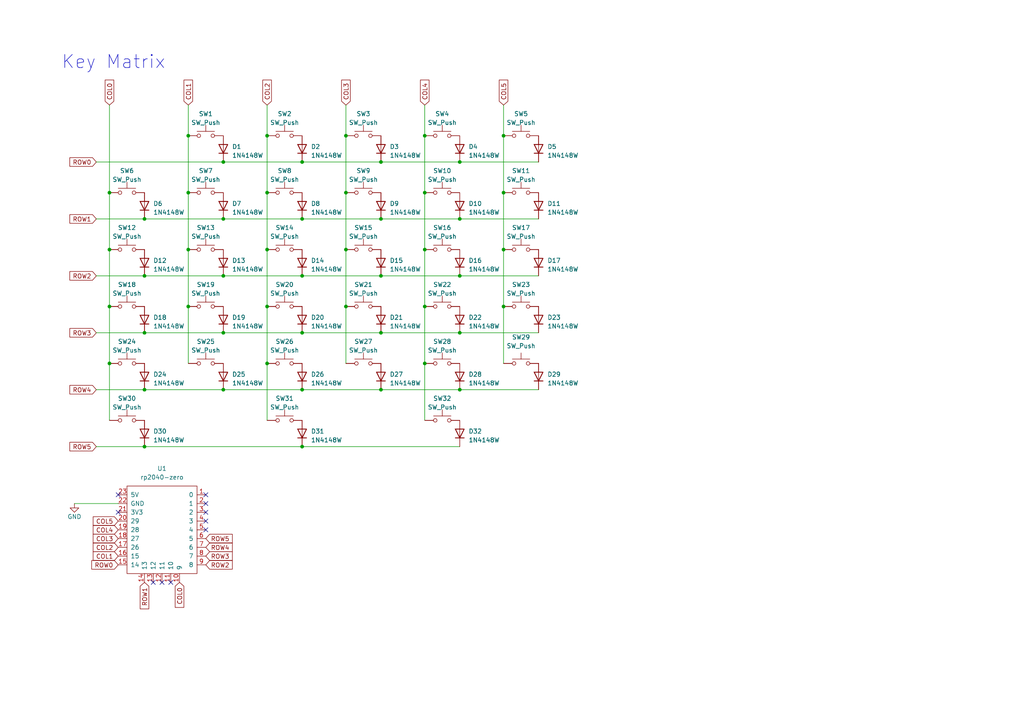
<source format=kicad_sch>
(kicad_sch (version 20230121) (generator eeschema)

  (uuid 88d4e5af-e93e-40f7-bde6-b68eb03e50b9)

  (paper "A4")

  (title_block
    (title "GamingSquare PCB")
    (date "2023-11-23")
    (rev "1.0")
    (company "@ymkn")
  )

  (lib_symbols
    (symbol "Diode:1N4148W" (pin_numbers hide) (pin_names hide) (in_bom yes) (on_board yes)
      (property "Reference" "D" (at 0 2.54 0)
        (effects (font (size 1.27 1.27)))
      )
      (property "Value" "1N4148W" (at 0 -2.54 0)
        (effects (font (size 1.27 1.27)))
      )
      (property "Footprint" "Diode_SMD:D_SOD-123" (at 0 -4.445 0)
        (effects (font (size 1.27 1.27)) hide)
      )
      (property "Datasheet" "https://www.vishay.com/docs/85748/1n4148w.pdf" (at 0 0 0)
        (effects (font (size 1.27 1.27)) hide)
      )
      (property "Sim.Device" "D" (at 0 0 0)
        (effects (font (size 1.27 1.27)) hide)
      )
      (property "Sim.Pins" "1=K 2=A" (at 0 0 0)
        (effects (font (size 1.27 1.27)) hide)
      )
      (property "ki_keywords" "diode" (at 0 0 0)
        (effects (font (size 1.27 1.27)) hide)
      )
      (property "ki_description" "75V 0.15A Fast Switching Diode, SOD-123" (at 0 0 0)
        (effects (font (size 1.27 1.27)) hide)
      )
      (property "ki_fp_filters" "D*SOD?123*" (at 0 0 0)
        (effects (font (size 1.27 1.27)) hide)
      )
      (symbol "1N4148W_0_1"
        (polyline
          (pts
            (xy -1.27 1.27)
            (xy -1.27 -1.27)
          )
          (stroke (width 0.254) (type default))
          (fill (type none))
        )
        (polyline
          (pts
            (xy 1.27 0)
            (xy -1.27 0)
          )
          (stroke (width 0) (type default))
          (fill (type none))
        )
        (polyline
          (pts
            (xy 1.27 1.27)
            (xy 1.27 -1.27)
            (xy -1.27 0)
            (xy 1.27 1.27)
          )
          (stroke (width 0.254) (type default))
          (fill (type none))
        )
      )
      (symbol "1N4148W_1_1"
        (pin passive line (at -3.81 0 0) (length 2.54)
          (name "K" (effects (font (size 1.27 1.27))))
          (number "1" (effects (font (size 1.27 1.27))))
        )
        (pin passive line (at 3.81 0 180) (length 2.54)
          (name "A" (effects (font (size 1.27 1.27))))
          (number "2" (effects (font (size 1.27 1.27))))
        )
      )
    )
    (symbol "Switch:SW_Push" (pin_numbers hide) (pin_names (offset 1.016) hide) (in_bom yes) (on_board yes)
      (property "Reference" "SW" (at 1.27 2.54 0)
        (effects (font (size 1.27 1.27)) (justify left))
      )
      (property "Value" "SW_Push" (at 0 -1.524 0)
        (effects (font (size 1.27 1.27)))
      )
      (property "Footprint" "" (at 0 5.08 0)
        (effects (font (size 1.27 1.27)) hide)
      )
      (property "Datasheet" "~" (at 0 5.08 0)
        (effects (font (size 1.27 1.27)) hide)
      )
      (property "ki_keywords" "switch normally-open pushbutton push-button" (at 0 0 0)
        (effects (font (size 1.27 1.27)) hide)
      )
      (property "ki_description" "Push button switch, generic, two pins" (at 0 0 0)
        (effects (font (size 1.27 1.27)) hide)
      )
      (symbol "SW_Push_0_1"
        (circle (center -2.032 0) (radius 0.508)
          (stroke (width 0) (type default))
          (fill (type none))
        )
        (polyline
          (pts
            (xy 0 1.27)
            (xy 0 3.048)
          )
          (stroke (width 0) (type default))
          (fill (type none))
        )
        (polyline
          (pts
            (xy 2.54 1.27)
            (xy -2.54 1.27)
          )
          (stroke (width 0) (type default))
          (fill (type none))
        )
        (circle (center 2.032 0) (radius 0.508)
          (stroke (width 0) (type default))
          (fill (type none))
        )
        (pin passive line (at -5.08 0 0) (length 2.54)
          (name "1" (effects (font (size 1.27 1.27))))
          (number "1" (effects (font (size 1.27 1.27))))
        )
        (pin passive line (at 5.08 0 180) (length 2.54)
          (name "2" (effects (font (size 1.27 1.27))))
          (number "2" (effects (font (size 1.27 1.27))))
        )
      )
    )
    (symbol "mcu:rp2040-zero" (pin_names (offset 1.016)) (in_bom yes) (on_board yes)
      (property "Reference" "U" (at 0 15.24 0)
        (effects (font (size 1.27 1.27)))
      )
      (property "Value" "rp2040-zero" (at 0 12.7 0)
        (effects (font (size 1.27 1.27)))
      )
      (property "Footprint" "" (at -8.89 5.08 0)
        (effects (font (size 1.27 1.27)) hide)
      )
      (property "Datasheet" "" (at -8.89 5.08 0)
        (effects (font (size 1.27 1.27)) hide)
      )
      (symbol "rp2040-zero_0_1"
        (rectangle (start -10.16 11.43) (end 10.16 -13.97)
          (stroke (width 0) (type default))
          (fill (type none))
        )
      )
      (symbol "rp2040-zero_1_1"
        (pin bidirectional line (at 12.7 8.89 180) (length 2.54)
          (name "0" (effects (font (size 1.27 1.27))))
          (number "1" (effects (font (size 1.27 1.27))))
        )
        (pin bidirectional line (at 5.08 -16.51 90) (length 2.54)
          (name "9" (effects (font (size 1.27 1.27))))
          (number "10" (effects (font (size 1.27 1.27))))
        )
        (pin bidirectional line (at 2.54 -16.51 90) (length 2.54)
          (name "10" (effects (font (size 1.27 1.27))))
          (number "11" (effects (font (size 1.27 1.27))))
        )
        (pin bidirectional line (at 0 -16.51 90) (length 2.54)
          (name "11" (effects (font (size 1.27 1.27))))
          (number "12" (effects (font (size 1.27 1.27))))
        )
        (pin bidirectional line (at -2.54 -16.51 90) (length 2.54)
          (name "12" (effects (font (size 1.27 1.27))))
          (number "13" (effects (font (size 1.27 1.27))))
        )
        (pin bidirectional line (at -5.08 -16.51 90) (length 2.54)
          (name "13" (effects (font (size 1.27 1.27))))
          (number "14" (effects (font (size 1.27 1.27))))
        )
        (pin bidirectional line (at -12.7 -11.43 0) (length 2.54)
          (name "14" (effects (font (size 1.27 1.27))))
          (number "15" (effects (font (size 1.27 1.27))))
        )
        (pin bidirectional line (at -12.7 -8.89 0) (length 2.54)
          (name "15" (effects (font (size 1.27 1.27))))
          (number "16" (effects (font (size 1.27 1.27))))
        )
        (pin bidirectional line (at -12.7 -6.35 0) (length 2.54)
          (name "26" (effects (font (size 1.27 1.27))))
          (number "17" (effects (font (size 1.27 1.27))))
        )
        (pin bidirectional line (at -12.7 -3.81 0) (length 2.54)
          (name "27" (effects (font (size 1.27 1.27))))
          (number "18" (effects (font (size 1.27 1.27))))
        )
        (pin bidirectional line (at -12.7 -1.27 0) (length 2.54)
          (name "28" (effects (font (size 1.27 1.27))))
          (number "19" (effects (font (size 1.27 1.27))))
        )
        (pin bidirectional line (at 12.7 6.35 180) (length 2.54)
          (name "1" (effects (font (size 1.27 1.27))))
          (number "2" (effects (font (size 1.27 1.27))))
        )
        (pin bidirectional line (at -12.7 1.27 0) (length 2.54)
          (name "29" (effects (font (size 1.27 1.27))))
          (number "20" (effects (font (size 1.27 1.27))))
        )
        (pin power_out line (at -12.7 3.81 0) (length 2.54)
          (name "3V3" (effects (font (size 1.27 1.27))))
          (number "21" (effects (font (size 1.27 1.27))))
        )
        (pin power_out line (at -12.7 6.35 0) (length 2.54)
          (name "GND" (effects (font (size 1.27 1.27))))
          (number "22" (effects (font (size 1.27 1.27))))
        )
        (pin power_out line (at -12.7 8.89 0) (length 2.54)
          (name "5V" (effects (font (size 1.27 1.27))))
          (number "23" (effects (font (size 1.27 1.27))))
        )
        (pin bidirectional line (at 12.7 3.81 180) (length 2.54)
          (name "2" (effects (font (size 1.27 1.27))))
          (number "3" (effects (font (size 1.27 1.27))))
        )
        (pin bidirectional line (at 12.7 1.27 180) (length 2.54)
          (name "3" (effects (font (size 1.27 1.27))))
          (number "4" (effects (font (size 1.27 1.27))))
        )
        (pin bidirectional line (at 12.7 -1.27 180) (length 2.54)
          (name "4" (effects (font (size 1.27 1.27))))
          (number "5" (effects (font (size 1.27 1.27))))
        )
        (pin bidirectional line (at 12.7 -3.81 180) (length 2.54)
          (name "5" (effects (font (size 1.27 1.27))))
          (number "6" (effects (font (size 1.27 1.27))))
        )
        (pin bidirectional line (at 12.7 -6.35 180) (length 2.54)
          (name "6" (effects (font (size 1.27 1.27))))
          (number "7" (effects (font (size 1.27 1.27))))
        )
        (pin bidirectional line (at 12.7 -8.89 180) (length 2.54)
          (name "7" (effects (font (size 1.27 1.27))))
          (number "8" (effects (font (size 1.27 1.27))))
        )
        (pin bidirectional line (at 12.7 -11.43 180) (length 2.54)
          (name "8" (effects (font (size 1.27 1.27))))
          (number "9" (effects (font (size 1.27 1.27))))
        )
      )
    )
    (symbol "power:GND" (power) (pin_names (offset 0)) (in_bom yes) (on_board yes)
      (property "Reference" "#PWR" (at 0 -6.35 0)
        (effects (font (size 1.27 1.27)) hide)
      )
      (property "Value" "GND" (at 0 -3.81 0)
        (effects (font (size 1.27 1.27)))
      )
      (property "Footprint" "" (at 0 0 0)
        (effects (font (size 1.27 1.27)) hide)
      )
      (property "Datasheet" "" (at 0 0 0)
        (effects (font (size 1.27 1.27)) hide)
      )
      (property "ki_keywords" "global power" (at 0 0 0)
        (effects (font (size 1.27 1.27)) hide)
      )
      (property "ki_description" "Power symbol creates a global label with name \"GND\" , ground" (at 0 0 0)
        (effects (font (size 1.27 1.27)) hide)
      )
      (symbol "GND_0_1"
        (polyline
          (pts
            (xy 0 0)
            (xy 0 -1.27)
            (xy 1.27 -1.27)
            (xy 0 -2.54)
            (xy -1.27 -1.27)
            (xy 0 -1.27)
          )
          (stroke (width 0) (type default))
          (fill (type none))
        )
      )
      (symbol "GND_1_1"
        (pin power_in line (at 0 0 270) (length 0) hide
          (name "GND" (effects (font (size 1.27 1.27))))
          (number "1" (effects (font (size 1.27 1.27))))
        )
      )
    )
  )

  (junction (at 64.77 46.99) (diameter 0) (color 0 0 0 0)
    (uuid 0b948fe9-4710-413b-a40e-17e02e8b2c7d)
  )
  (junction (at 87.63 63.5) (diameter 0) (color 0 0 0 0)
    (uuid 0dc47bdb-0b2e-42cc-890a-e1fea8aa9024)
  )
  (junction (at 100.33 88.9) (diameter 0) (color 0 0 0 0)
    (uuid 0eb91668-a23d-45a4-b5ba-81b3a31e9f65)
  )
  (junction (at 31.75 88.9) (diameter 0) (color 0 0 0 0)
    (uuid 107ddaca-7475-4352-b21c-23bfd6732f41)
  )
  (junction (at 77.47 55.88) (diameter 0) (color 0 0 0 0)
    (uuid 1144972f-eb76-4132-ae1c-d84d26a46ce4)
  )
  (junction (at 133.35 46.99) (diameter 0) (color 0 0 0 0)
    (uuid 185d794b-0467-4e2b-af90-7addd8e9ca99)
  )
  (junction (at 146.05 55.88) (diameter 0) (color 0 0 0 0)
    (uuid 1b6311f5-1880-4f31-b8d1-96c3bacfa317)
  )
  (junction (at 41.91 129.54) (diameter 0) (color 0 0 0 0)
    (uuid 1df06f15-cb54-4e5c-a025-3bccd8e0ba99)
  )
  (junction (at 54.61 55.88) (diameter 0) (color 0 0 0 0)
    (uuid 1ff6bd73-10bf-485d-860a-1fe5ba9dc9c7)
  )
  (junction (at 110.49 63.5) (diameter 0) (color 0 0 0 0)
    (uuid 2626408c-3b44-48cd-9822-44ec28100ef8)
  )
  (junction (at 100.33 72.39) (diameter 0) (color 0 0 0 0)
    (uuid 27578333-bf91-4023-b99f-95621c92a6dd)
  )
  (junction (at 31.75 72.39) (diameter 0) (color 0 0 0 0)
    (uuid 2dca6a01-ded4-4bf2-902b-88500ca313df)
  )
  (junction (at 100.33 55.88) (diameter 0) (color 0 0 0 0)
    (uuid 3b44e56a-5abe-4b8f-82a4-f36b0bc8d2ad)
  )
  (junction (at 133.35 63.5) (diameter 0) (color 0 0 0 0)
    (uuid 3f7e4da8-dc4d-4a8d-97f2-cf302b31bac5)
  )
  (junction (at 110.49 96.52) (diameter 0) (color 0 0 0 0)
    (uuid 51d6bc5d-9868-4437-895b-35bda4113d92)
  )
  (junction (at 87.63 129.54) (diameter 0) (color 0 0 0 0)
    (uuid 53a00f3c-776e-42ea-b3ab-77124a9a97e9)
  )
  (junction (at 64.77 113.03) (diameter 0) (color 0 0 0 0)
    (uuid 568b185a-b593-48fc-8699-741f530948fa)
  )
  (junction (at 146.05 39.37) (diameter 0) (color 0 0 0 0)
    (uuid 61a1d5ad-6037-4ce5-8a91-71d94093f776)
  )
  (junction (at 123.19 72.39) (diameter 0) (color 0 0 0 0)
    (uuid 692bc926-c9ca-4605-b5fa-d7f9ba00b0fa)
  )
  (junction (at 87.63 46.99) (diameter 0) (color 0 0 0 0)
    (uuid 69e8523d-d650-452d-ac40-561cf44e3021)
  )
  (junction (at 87.63 113.03) (diameter 0) (color 0 0 0 0)
    (uuid 7df56ec0-11d8-460e-a8db-b99e08b8e230)
  )
  (junction (at 100.33 39.37) (diameter 0) (color 0 0 0 0)
    (uuid 89736d92-7d02-4366-8965-dd1acb1fcec3)
  )
  (junction (at 77.47 105.41) (diameter 0) (color 0 0 0 0)
    (uuid 8b882243-fc39-4c01-88a1-40faf42842e4)
  )
  (junction (at 87.63 96.52) (diameter 0) (color 0 0 0 0)
    (uuid 8dffa63c-fde7-4f16-8195-c71acaf3fd38)
  )
  (junction (at 54.61 88.9) (diameter 0) (color 0 0 0 0)
    (uuid 9163f609-c98b-484f-8eb9-8fd323989c40)
  )
  (junction (at 123.19 105.41) (diameter 0) (color 0 0 0 0)
    (uuid 923fc710-b573-4c79-a4e8-3bd80775d93f)
  )
  (junction (at 41.91 113.03) (diameter 0) (color 0 0 0 0)
    (uuid 97d108b4-b712-410e-808a-83bf626f2252)
  )
  (junction (at 31.75 55.88) (diameter 0) (color 0 0 0 0)
    (uuid a1176f81-9a6e-4cfa-bb88-5b6646dcec0d)
  )
  (junction (at 87.63 80.01) (diameter 0) (color 0 0 0 0)
    (uuid a1d036b1-cfeb-4990-a606-76a6985492c1)
  )
  (junction (at 77.47 72.39) (diameter 0) (color 0 0 0 0)
    (uuid af3b6eb0-f03d-4a09-ab38-38e2e28ce30b)
  )
  (junction (at 133.35 80.01) (diameter 0) (color 0 0 0 0)
    (uuid b096e87c-ffad-4fc8-87ed-736c593abb21)
  )
  (junction (at 146.05 88.9) (diameter 0) (color 0 0 0 0)
    (uuid b910ffbc-89ff-480d-9d8e-263874e86104)
  )
  (junction (at 146.05 72.39) (diameter 0) (color 0 0 0 0)
    (uuid bcf55164-3311-4380-9ed1-5b81c9dcc583)
  )
  (junction (at 54.61 72.39) (diameter 0) (color 0 0 0 0)
    (uuid bd7ac62c-96bf-4817-8abd-9d68c5a72aae)
  )
  (junction (at 41.91 80.01) (diameter 0) (color 0 0 0 0)
    (uuid bf89ff4b-2a9f-4d0c-9a5e-551360773aa2)
  )
  (junction (at 64.77 63.5) (diameter 0) (color 0 0 0 0)
    (uuid ca697e81-801f-4be0-b5d0-57b8e8869e5f)
  )
  (junction (at 77.47 88.9) (diameter 0) (color 0 0 0 0)
    (uuid d3924d2e-9012-4989-a674-dc411500224f)
  )
  (junction (at 123.19 39.37) (diameter 0) (color 0 0 0 0)
    (uuid d5a4b04a-1e0f-499a-b4d1-975dc1a978eb)
  )
  (junction (at 41.91 96.52) (diameter 0) (color 0 0 0 0)
    (uuid d90b52f9-3c2a-4c81-bfaf-a62056e001f5)
  )
  (junction (at 41.91 63.5) (diameter 0) (color 0 0 0 0)
    (uuid d9ecab37-846c-40ac-b12b-8121a7f254d4)
  )
  (junction (at 64.77 80.01) (diameter 0) (color 0 0 0 0)
    (uuid db369643-3bc5-475e-b457-c1779e232dd7)
  )
  (junction (at 110.49 80.01) (diameter 0) (color 0 0 0 0)
    (uuid e002c12a-d152-4513-897d-f1c964d26b2e)
  )
  (junction (at 110.49 46.99) (diameter 0) (color 0 0 0 0)
    (uuid e050d169-2c93-449e-8a69-065ca35b3934)
  )
  (junction (at 64.77 96.52) (diameter 0) (color 0 0 0 0)
    (uuid e226ad88-2379-41d4-bec8-f84b95174254)
  )
  (junction (at 123.19 55.88) (diameter 0) (color 0 0 0 0)
    (uuid e30ee9be-2635-4eeb-9898-a807fd07643f)
  )
  (junction (at 123.19 88.9) (diameter 0) (color 0 0 0 0)
    (uuid e3633c83-0c08-4587-89e9-56f34fc744af)
  )
  (junction (at 133.35 113.03) (diameter 0) (color 0 0 0 0)
    (uuid e36bbf48-e4be-41fa-bfcc-c4453578b096)
  )
  (junction (at 133.35 96.52) (diameter 0) (color 0 0 0 0)
    (uuid ed666d1c-2ceb-493c-a5c1-9c8410778806)
  )
  (junction (at 54.61 39.37) (diameter 0) (color 0 0 0 0)
    (uuid efeeeedb-587c-4538-a0e1-324820cb579a)
  )
  (junction (at 77.47 39.37) (diameter 0) (color 0 0 0 0)
    (uuid f494b6ef-39b7-4a70-97c8-686b9957d415)
  )
  (junction (at 110.49 113.03) (diameter 0) (color 0 0 0 0)
    (uuid f57e71bc-208f-4b60-a6c4-9bf31939f6c8)
  )
  (junction (at 31.75 105.41) (diameter 0) (color 0 0 0 0)
    (uuid fe623854-6615-4cd6-82c5-fabefa3632ec)
  )

  (no_connect (at 49.53 168.91) (uuid 5791f917-5797-4ea5-b541-248e5c753bc8))
  (no_connect (at 34.29 143.51) (uuid 59a23386-4691-48ac-bfc1-d19707b43242))
  (no_connect (at 34.29 148.59) (uuid 5a222d42-3570-4c87-8b61-76f2c7f7a55a))
  (no_connect (at 59.69 143.51) (uuid 78675660-bec4-4296-95c1-f53312ce7ff0))
  (no_connect (at 59.69 153.67) (uuid 7d28ff77-c45c-4234-b66a-cf3d51427b46))
  (no_connect (at 59.69 146.05) (uuid 7e91d20f-0cd4-4a22-b3f5-458d6e372098))
  (no_connect (at 46.99 168.91) (uuid 896ba6c3-449a-4e81-8d1a-0b79aba34e8a))
  (no_connect (at 59.69 148.59) (uuid bb74357d-a4a7-4d23-bfdb-b861a0f29f8f))
  (no_connect (at 44.45 168.91) (uuid ced01d85-aebb-431e-a75f-fc054379fc4c))
  (no_connect (at 59.69 151.13) (uuid d9cc13b9-d0d9-4f83-b870-e78792c7c272))

  (wire (pts (xy 133.35 63.5) (xy 156.21 63.5))
    (stroke (width 0) (type default))
    (uuid 02044fc2-399b-44fb-9ee9-99952381ac8c)
  )
  (wire (pts (xy 31.75 55.88) (xy 31.75 72.39))
    (stroke (width 0) (type default))
    (uuid 03c5b50a-4d5d-487d-ac03-7d0f808b225f)
  )
  (wire (pts (xy 133.35 113.03) (xy 156.21 113.03))
    (stroke (width 0) (type default))
    (uuid 0a4bfa58-1aaf-491b-8505-b5703b914d49)
  )
  (wire (pts (xy 123.19 72.39) (xy 123.19 88.9))
    (stroke (width 0) (type default))
    (uuid 0ef5eba4-87ca-456a-9d2a-5a9f35313351)
  )
  (wire (pts (xy 146.05 30.48) (xy 146.05 39.37))
    (stroke (width 0) (type default))
    (uuid 0fe3b54a-18d2-44ed-b00c-6fdb31217058)
  )
  (wire (pts (xy 123.19 39.37) (xy 123.19 55.88))
    (stroke (width 0) (type default))
    (uuid 109f3fc2-7472-4b9f-9d40-fa126e7d5709)
  )
  (wire (pts (xy 123.19 55.88) (xy 123.19 72.39))
    (stroke (width 0) (type default))
    (uuid 11da61e4-2646-47e4-9a5d-c5207781771e)
  )
  (wire (pts (xy 133.35 46.99) (xy 156.21 46.99))
    (stroke (width 0) (type default))
    (uuid 1652c659-fb95-41aa-8771-c395395f5151)
  )
  (wire (pts (xy 41.91 80.01) (xy 64.77 80.01))
    (stroke (width 0) (type default))
    (uuid 1cfae760-3092-4537-8edf-12b51cab350e)
  )
  (wire (pts (xy 123.19 88.9) (xy 123.19 105.41))
    (stroke (width 0) (type default))
    (uuid 2585eea2-8091-4a3c-b4d4-b027c3ef111c)
  )
  (wire (pts (xy 110.49 96.52) (xy 133.35 96.52))
    (stroke (width 0) (type default))
    (uuid 293e33a5-74a9-4028-856d-7c738dc4151f)
  )
  (wire (pts (xy 27.94 129.54) (xy 41.91 129.54))
    (stroke (width 0) (type default))
    (uuid 29be5368-ee38-4de9-ac6a-6f6abcfe14ea)
  )
  (wire (pts (xy 100.33 72.39) (xy 100.33 88.9))
    (stroke (width 0) (type default))
    (uuid 31601d7d-5039-4120-9c2c-c3996dd6bc59)
  )
  (wire (pts (xy 87.63 46.99) (xy 110.49 46.99))
    (stroke (width 0) (type default))
    (uuid 32c590df-4dfc-4d9e-85ad-3b59e9ceccc7)
  )
  (wire (pts (xy 110.49 80.01) (xy 133.35 80.01))
    (stroke (width 0) (type default))
    (uuid 3bd4e0d1-14b2-471c-b357-72a9b789efcd)
  )
  (wire (pts (xy 110.49 46.99) (xy 133.35 46.99))
    (stroke (width 0) (type default))
    (uuid 407a1749-0372-4c97-a759-dd0028a5efc9)
  )
  (wire (pts (xy 27.94 46.99) (xy 64.77 46.99))
    (stroke (width 0) (type default))
    (uuid 40faaf3b-cdc3-45fd-a0cc-e71831f73e3f)
  )
  (wire (pts (xy 77.47 30.48) (xy 77.47 39.37))
    (stroke (width 0) (type default))
    (uuid 4355c931-6d89-487b-acb4-17e835efb90a)
  )
  (wire (pts (xy 77.47 105.41) (xy 77.47 121.92))
    (stroke (width 0) (type default))
    (uuid 45236bcc-f80a-42c1-aaea-4f99171e865d)
  )
  (wire (pts (xy 110.49 113.03) (xy 133.35 113.03))
    (stroke (width 0) (type default))
    (uuid 4671c3dd-aba4-47e5-828b-35760292ed49)
  )
  (wire (pts (xy 77.47 39.37) (xy 77.47 55.88))
    (stroke (width 0) (type default))
    (uuid 46924247-59ef-44cf-895d-8a1c8429e3b3)
  )
  (wire (pts (xy 41.91 113.03) (xy 64.77 113.03))
    (stroke (width 0) (type default))
    (uuid 470fed67-642c-4dea-b6bd-72f87f2ba24d)
  )
  (wire (pts (xy 146.05 39.37) (xy 146.05 55.88))
    (stroke (width 0) (type default))
    (uuid 543e681d-d21d-457e-9b56-e276a9fb04d1)
  )
  (wire (pts (xy 64.77 80.01) (xy 87.63 80.01))
    (stroke (width 0) (type default))
    (uuid 64af5f1f-1cc4-45e4-a90d-9027386381d4)
  )
  (wire (pts (xy 100.33 30.48) (xy 100.33 39.37))
    (stroke (width 0) (type default))
    (uuid 691db2e5-8876-498c-8851-f401051e8242)
  )
  (wire (pts (xy 133.35 80.01) (xy 156.21 80.01))
    (stroke (width 0) (type default))
    (uuid 6bae5513-537e-47a0-8c62-37a60b2c7708)
  )
  (wire (pts (xy 31.75 72.39) (xy 31.75 88.9))
    (stroke (width 0) (type default))
    (uuid 70e77bbf-c63a-4e8b-8a85-0f545f0f84f6)
  )
  (wire (pts (xy 31.75 88.9) (xy 31.75 105.41))
    (stroke (width 0) (type default))
    (uuid 792e9c9e-60de-4c48-bb2e-a37c24267187)
  )
  (wire (pts (xy 54.61 88.9) (xy 54.61 105.41))
    (stroke (width 0) (type default))
    (uuid 80d20c90-0fdc-4e99-9f06-3c3bced448b1)
  )
  (wire (pts (xy 27.94 80.01) (xy 41.91 80.01))
    (stroke (width 0) (type default))
    (uuid 8161171d-99d1-47e4-a4b4-590b2079515e)
  )
  (wire (pts (xy 31.75 105.41) (xy 31.75 121.92))
    (stroke (width 0) (type default))
    (uuid 85f6540c-f113-4d95-b98a-c6e3a05dd71a)
  )
  (wire (pts (xy 64.77 46.99) (xy 87.63 46.99))
    (stroke (width 0) (type default))
    (uuid 866e8711-d7c6-42da-bc78-a2a87b335fd2)
  )
  (wire (pts (xy 146.05 88.9) (xy 146.05 105.41))
    (stroke (width 0) (type default))
    (uuid 86c7ba41-e9b3-4ed9-9df8-21fff33716ca)
  )
  (wire (pts (xy 87.63 129.54) (xy 133.35 129.54))
    (stroke (width 0) (type default))
    (uuid 89763847-2149-4e45-9757-98b7a5b8d769)
  )
  (wire (pts (xy 54.61 55.88) (xy 54.61 72.39))
    (stroke (width 0) (type default))
    (uuid 8b90f7df-ae3d-466c-b5e4-bce18da3ada3)
  )
  (wire (pts (xy 64.77 63.5) (xy 87.63 63.5))
    (stroke (width 0) (type default))
    (uuid 8e0e09f2-bef3-4d1a-83be-0d56ad33aef3)
  )
  (wire (pts (xy 41.91 96.52) (xy 64.77 96.52))
    (stroke (width 0) (type default))
    (uuid 8f9135c6-5514-4058-a032-8aba1c5823a5)
  )
  (wire (pts (xy 21.59 146.05) (xy 34.29 146.05))
    (stroke (width 0) (type default))
    (uuid 94625025-2eab-4be8-bc24-c842e7a7955c)
  )
  (wire (pts (xy 77.47 72.39) (xy 77.47 88.9))
    (stroke (width 0) (type default))
    (uuid 94a58e7c-5339-4011-be4a-7d18ce3f912c)
  )
  (wire (pts (xy 100.33 88.9) (xy 100.33 105.41))
    (stroke (width 0) (type default))
    (uuid 9e5fad27-0418-497c-b4fd-ccac78fb9c71)
  )
  (wire (pts (xy 87.63 80.01) (xy 110.49 80.01))
    (stroke (width 0) (type default))
    (uuid a0517dc5-afda-477e-8f8f-f45097c11742)
  )
  (wire (pts (xy 64.77 96.52) (xy 87.63 96.52))
    (stroke (width 0) (type default))
    (uuid a0c2c8f1-8225-4e82-bd62-3de03364c15a)
  )
  (wire (pts (xy 87.63 113.03) (xy 64.77 113.03))
    (stroke (width 0) (type default))
    (uuid a59cf7d2-3b70-4c04-bbc8-1575ea45d459)
  )
  (wire (pts (xy 133.35 96.52) (xy 156.21 96.52))
    (stroke (width 0) (type default))
    (uuid a9d56244-90af-401a-974e-938541a4430b)
  )
  (wire (pts (xy 87.63 63.5) (xy 110.49 63.5))
    (stroke (width 0) (type default))
    (uuid b1f96f7f-1506-42c9-aa8e-4db706d0a6ed)
  )
  (wire (pts (xy 41.91 63.5) (xy 64.77 63.5))
    (stroke (width 0) (type default))
    (uuid b4d6e6d2-475f-433d-afbf-db5d303d6eac)
  )
  (wire (pts (xy 77.47 88.9) (xy 77.47 105.41))
    (stroke (width 0) (type default))
    (uuid b5627d5c-e68c-4c3c-afc9-f84db01f64a2)
  )
  (wire (pts (xy 77.47 55.88) (xy 77.47 72.39))
    (stroke (width 0) (type default))
    (uuid cce91aa9-0fab-4c5f-a9be-d6f9598f0b77)
  )
  (wire (pts (xy 27.94 113.03) (xy 41.91 113.03))
    (stroke (width 0) (type default))
    (uuid d1513af8-092c-422d-ba82-deaf6a165f07)
  )
  (wire (pts (xy 54.61 30.48) (xy 54.61 39.37))
    (stroke (width 0) (type default))
    (uuid d8ff6d0b-d8e4-44ba-a9fe-598060c760b1)
  )
  (wire (pts (xy 87.63 113.03) (xy 110.49 113.03))
    (stroke (width 0) (type default))
    (uuid d93d5049-3aef-4785-b690-dd437b7d89fe)
  )
  (wire (pts (xy 146.05 55.88) (xy 146.05 72.39))
    (stroke (width 0) (type default))
    (uuid e184812a-980f-4664-a75d-fce25d7e4ec5)
  )
  (wire (pts (xy 123.19 30.48) (xy 123.19 39.37))
    (stroke (width 0) (type default))
    (uuid e2893dbd-feca-4004-9458-802ed2fcc56d)
  )
  (wire (pts (xy 110.49 63.5) (xy 133.35 63.5))
    (stroke (width 0) (type default))
    (uuid e2ca1fae-4cc0-47b9-b8d7-ce40fc180a9a)
  )
  (wire (pts (xy 54.61 39.37) (xy 54.61 55.88))
    (stroke (width 0) (type default))
    (uuid e3758301-6404-4e01-9a18-3b74fc076d8a)
  )
  (wire (pts (xy 27.94 96.52) (xy 41.91 96.52))
    (stroke (width 0) (type default))
    (uuid e5628e66-fa37-4353-97f0-b1aacc7d675f)
  )
  (wire (pts (xy 31.75 30.48) (xy 31.75 55.88))
    (stroke (width 0) (type default))
    (uuid e7b03345-1fea-48cf-b00b-ed4fbf9b8fa4)
  )
  (wire (pts (xy 123.19 105.41) (xy 123.19 121.92))
    (stroke (width 0) (type default))
    (uuid ea1c7893-7f9d-4f6d-9534-aa3d572f4784)
  )
  (wire (pts (xy 100.33 39.37) (xy 100.33 55.88))
    (stroke (width 0) (type default))
    (uuid ec3178a7-c91e-4567-bcf7-bbc8ea014a9a)
  )
  (wire (pts (xy 100.33 55.88) (xy 100.33 72.39))
    (stroke (width 0) (type default))
    (uuid ec401251-b795-4cbf-9bf8-03d12c9a8953)
  )
  (wire (pts (xy 41.91 129.54) (xy 87.63 129.54))
    (stroke (width 0) (type default))
    (uuid ecb74a07-09c0-460f-bfce-cc06d649d205)
  )
  (wire (pts (xy 87.63 96.52) (xy 110.49 96.52))
    (stroke (width 0) (type default))
    (uuid efb7f1ef-487f-4af8-8f58-836dafb8f7aa)
  )
  (wire (pts (xy 146.05 72.39) (xy 146.05 88.9))
    (stroke (width 0) (type default))
    (uuid f48b5af1-e5c1-497e-8fdf-163eb77f123a)
  )
  (wire (pts (xy 27.94 63.5) (xy 41.91 63.5))
    (stroke (width 0) (type default))
    (uuid fb17ba7a-2826-4487-a983-274d4168d84c)
  )
  (wire (pts (xy 54.61 72.39) (xy 54.61 88.9))
    (stroke (width 0) (type default))
    (uuid fce89164-1a3f-4206-9925-070f43819726)
  )

  (text "Key Matrix" (at 17.78 20.32 0)
    (effects (font (size 3.81 3.81)) (justify left bottom))
    (uuid a9459b44-05bb-4a12-b1cc-b9c2c2331b07)
  )

  (global_label "ROW0" (shape input) (at 34.29 163.83 180) (fields_autoplaced)
    (effects (font (size 1.27 1.27)) (justify right))
    (uuid 0b40153e-a8e3-44ed-88ff-68cfd361e161)
    (property "Intersheetrefs" "${INTERSHEET_REFS}" (at 26.0434 163.83 0)
      (effects (font (size 1.27 1.27)) (justify right) hide)
    )
  )
  (global_label "COL1" (shape input) (at 54.61 30.48 90) (fields_autoplaced)
    (effects (font (size 1.27 1.27)) (justify left))
    (uuid 18e45ab0-c514-4fda-8a4b-8cbb7eb219bc)
    (property "Intersheetrefs" "${INTERSHEET_REFS}" (at 54.5306 23.2288 90)
      (effects (font (size 1.27 1.27)) (justify left) hide)
    )
  )
  (global_label "COL0" (shape input) (at 31.75 30.48 90) (fields_autoplaced)
    (effects (font (size 1.27 1.27)) (justify left))
    (uuid 20040d8f-3504-470c-a5ee-017705e9dbf1)
    (property "Intersheetrefs" "${INTERSHEET_REFS}" (at 31.6706 23.2288 90)
      (effects (font (size 1.27 1.27)) (justify left) hide)
    )
  )
  (global_label "COL2" (shape input) (at 77.47 30.48 90) (fields_autoplaced)
    (effects (font (size 1.27 1.27)) (justify left))
    (uuid 3602ba5a-cfac-4e79-8058-a12041bd606f)
    (property "Intersheetrefs" "${INTERSHEET_REFS}" (at 77.3906 23.2288 90)
      (effects (font (size 1.27 1.27)) (justify left) hide)
    )
  )
  (global_label "ROW1" (shape input) (at 27.94 63.5 180) (fields_autoplaced)
    (effects (font (size 1.27 1.27)) (justify right))
    (uuid 3752979d-99b7-4f7b-a462-8adb5b9072e4)
    (property "Intersheetrefs" "${INTERSHEET_REFS}" (at 20.2655 63.5794 0)
      (effects (font (size 1.27 1.27)) (justify right) hide)
    )
  )
  (global_label "ROW2" (shape input) (at 27.94 80.01 180) (fields_autoplaced)
    (effects (font (size 1.27 1.27)) (justify right))
    (uuid 3e66209c-2060-443b-bbbe-ac17873880ae)
    (property "Intersheetrefs" "${INTERSHEET_REFS}" (at 20.2655 80.0894 0)
      (effects (font (size 1.27 1.27)) (justify right) hide)
    )
  )
  (global_label "COL3" (shape input) (at 100.33 30.48 90) (fields_autoplaced)
    (effects (font (size 1.27 1.27)) (justify left))
    (uuid 4b2c32b5-322b-4729-81e4-d5a280edd4db)
    (property "Intersheetrefs" "${INTERSHEET_REFS}" (at 100.2506 23.2288 90)
      (effects (font (size 1.27 1.27)) (justify left) hide)
    )
  )
  (global_label "COL5" (shape input) (at 34.29 151.13 180) (fields_autoplaced)
    (effects (font (size 1.27 1.27)) (justify right))
    (uuid 4d02c1ca-e12b-41b6-826e-57ed48fc1ac0)
    (property "Intersheetrefs" "${INTERSHEET_REFS}" (at 26.4667 151.13 0)
      (effects (font (size 1.27 1.27)) (justify right) hide)
    )
  )
  (global_label "ROW1" (shape input) (at 41.91 168.91 270) (fields_autoplaced)
    (effects (font (size 1.27 1.27)) (justify right))
    (uuid 4f0806c3-6e6c-49ca-bd88-055024b7d06a)
    (property "Intersheetrefs" "${INTERSHEET_REFS}" (at 41.91 177.1566 90)
      (effects (font (size 1.27 1.27)) (justify right) hide)
    )
  )
  (global_label "COL5" (shape input) (at 146.05 30.48 90) (fields_autoplaced)
    (effects (font (size 1.27 1.27)) (justify left))
    (uuid 613638f0-4dd6-4981-b4d2-eca343d918a4)
    (property "Intersheetrefs" "${INTERSHEET_REFS}" (at 146.05 22.6567 90)
      (effects (font (size 1.27 1.27)) (justify left) hide)
    )
  )
  (global_label "ROW5" (shape input) (at 59.69 156.21 0) (fields_autoplaced)
    (effects (font (size 1.27 1.27)) (justify left))
    (uuid 69946948-234d-4512-93a6-7ab29e9115d1)
    (property "Intersheetrefs" "${INTERSHEET_REFS}" (at 67.9366 156.21 0)
      (effects (font (size 1.27 1.27)) (justify left) hide)
    )
  )
  (global_label "ROW3" (shape input) (at 27.94 96.52 180) (fields_autoplaced)
    (effects (font (size 1.27 1.27)) (justify right))
    (uuid 7843851a-4b8b-473f-b539-4c45dac19547)
    (property "Intersheetrefs" "${INTERSHEET_REFS}" (at 20.2655 96.4406 0)
      (effects (font (size 1.27 1.27)) (justify right) hide)
    )
  )
  (global_label "ROW3" (shape input) (at 59.69 161.29 0) (fields_autoplaced)
    (effects (font (size 1.27 1.27)) (justify left))
    (uuid 79b46cfe-58e8-490b-83e6-98114c0c0bec)
    (property "Intersheetrefs" "${INTERSHEET_REFS}" (at 67.9366 161.29 0)
      (effects (font (size 1.27 1.27)) (justify left) hide)
    )
  )
  (global_label "ROW4" (shape input) (at 27.94 113.03 180) (fields_autoplaced)
    (effects (font (size 1.27 1.27)) (justify right))
    (uuid 803cb360-1a26-4302-8780-bf249a08e1c9)
    (property "Intersheetrefs" "${INTERSHEET_REFS}" (at 19.7728 113.03 0)
      (effects (font (size 1.27 1.27)) (justify right) hide)
    )
  )
  (global_label "ROW0" (shape input) (at 27.94 46.99 180) (fields_autoplaced)
    (effects (font (size 1.27 1.27)) (justify right))
    (uuid 8e2ac8b5-9e08-4e58-ab7b-b31f9b298e46)
    (property "Intersheetrefs" "${INTERSHEET_REFS}" (at 20.2655 47.0694 0)
      (effects (font (size 1.27 1.27)) (justify right) hide)
    )
  )
  (global_label "COL4" (shape input) (at 123.19 30.48 90) (fields_autoplaced)
    (effects (font (size 1.27 1.27)) (justify left))
    (uuid 9e98b355-f595-4b4a-99c8-a52f764fe113)
    (property "Intersheetrefs" "${INTERSHEET_REFS}" (at 123.1106 23.2288 90)
      (effects (font (size 1.27 1.27)) (justify left) hide)
    )
  )
  (global_label "ROW2" (shape input) (at 59.69 163.83 0) (fields_autoplaced)
    (effects (font (size 1.27 1.27)) (justify left))
    (uuid a6f998b9-cc05-417b-9e57-f6b9c2c6705a)
    (property "Intersheetrefs" "${INTERSHEET_REFS}" (at 67.9366 163.83 0)
      (effects (font (size 1.27 1.27)) (justify left) hide)
    )
  )
  (global_label "ROW4" (shape input) (at 59.69 158.75 0) (fields_autoplaced)
    (effects (font (size 1.27 1.27)) (justify left))
    (uuid a837d42d-53c2-49b3-b9e0-10e606b2f752)
    (property "Intersheetrefs" "${INTERSHEET_REFS}" (at 67.9366 158.75 0)
      (effects (font (size 1.27 1.27)) (justify left) hide)
    )
  )
  (global_label "COL2" (shape input) (at 34.29 158.75 180) (fields_autoplaced)
    (effects (font (size 1.27 1.27)) (justify right))
    (uuid cbcbdad0-6175-4170-9f29-ffefd18ebc18)
    (property "Intersheetrefs" "${INTERSHEET_REFS}" (at 26.4667 158.75 0)
      (effects (font (size 1.27 1.27)) (justify right) hide)
    )
  )
  (global_label "COL4" (shape input) (at 34.29 153.67 180) (fields_autoplaced)
    (effects (font (size 1.27 1.27)) (justify right))
    (uuid cc4a3667-6d25-4d71-baeb-dd366ec4ccf4)
    (property "Intersheetrefs" "${INTERSHEET_REFS}" (at 26.4667 153.67 0)
      (effects (font (size 1.27 1.27)) (justify right) hide)
    )
  )
  (global_label "ROW5" (shape input) (at 27.94 129.54 180) (fields_autoplaced)
    (effects (font (size 1.27 1.27)) (justify right))
    (uuid db1e025b-43bb-4ffa-b47a-7a2798acae0e)
    (property "Intersheetrefs" "${INTERSHEET_REFS}" (at 19.6934 129.54 0)
      (effects (font (size 1.27 1.27)) (justify right) hide)
    )
  )
  (global_label "COL0" (shape input) (at 52.07 168.91 270) (fields_autoplaced)
    (effects (font (size 1.27 1.27)) (justify right))
    (uuid db39d2e0-f75f-48aa-926b-0a8ea14ee2f7)
    (property "Intersheetrefs" "${INTERSHEET_REFS}" (at 52.07 176.7333 90)
      (effects (font (size 1.27 1.27)) (justify right) hide)
    )
  )
  (global_label "COL1" (shape input) (at 34.29 161.29 180) (fields_autoplaced)
    (effects (font (size 1.27 1.27)) (justify right))
    (uuid db3c339f-66a9-4c05-8d5a-b0750c2c4212)
    (property "Intersheetrefs" "${INTERSHEET_REFS}" (at 26.4667 161.29 0)
      (effects (font (size 1.27 1.27)) (justify right) hide)
    )
  )
  (global_label "COL3" (shape input) (at 34.29 156.21 180) (fields_autoplaced)
    (effects (font (size 1.27 1.27)) (justify right))
    (uuid ee50d83f-1de1-41d8-b18e-bc9a5e50722b)
    (property "Intersheetrefs" "${INTERSHEET_REFS}" (at 26.4667 156.21 0)
      (effects (font (size 1.27 1.27)) (justify right) hide)
    )
  )

  (symbol (lib_id "Diode:1N4148W") (at 133.35 109.22 90) (unit 1)
    (in_bom yes) (on_board yes) (dnp no) (fields_autoplaced)
    (uuid 111c5a1d-1e55-4e9b-b7f1-a94307695499)
    (property "Reference" "D24" (at 135.89 108.585 90)
      (effects (font (size 1.27 1.27)) (justify right))
    )
    (property "Value" "1N4148W" (at 135.89 111.125 90)
      (effects (font (size 1.27 1.27)) (justify right))
    )
    (property "Footprint" "Diode_SMD:D_SOD-123" (at 137.795 109.22 0)
      (effects (font (size 1.27 1.27)) hide)
    )
    (property "Datasheet" "https://www.vishay.com/docs/85748/1n4148w.pdf" (at 133.35 109.22 0)
      (effects (font (size 1.27 1.27)) hide)
    )
    (property "Sim.Device" "D" (at 133.35 109.22 0)
      (effects (font (size 1.27 1.27)) hide)
    )
    (property "Sim.Pins" "1=K 2=A" (at 133.35 109.22 0)
      (effects (font (size 1.27 1.27)) hide)
    )
    (property "LCSC Parts #" "C81598" (at 133.35 109.22 0)
      (effects (font (size 1.27 1.27)) hide)
    )
    (pin "1" (uuid 9ffbad33-2f79-446e-ae15-9537ad88dbf5))
    (pin "2" (uuid 7ed2de21-6e76-4c70-bc86-e346bbbbbed7))
    (instances
      (project "YM60JIS_PCB "
        (path "/3d120d70-8016-4f25-b980-ad33d03c9704"
          (reference "D24") (unit 1)
        )
      )
      (project "GamingSquare_PCB"
        (path "/88d4e5af-e93e-40f7-bde6-b68eb03e50b9"
          (reference "D28") (unit 1)
        )
      )
      (project "ym60"
        (path "/9dfe0516-5229-4c9c-8e9b-e98bba4ec1bd"
          (reference "D46") (unit 1)
        )
      )
    )
  )

  (symbol (lib_id "Diode:1N4148W") (at 110.49 76.2 90) (unit 1)
    (in_bom yes) (on_board yes) (dnp no) (fields_autoplaced)
    (uuid 11425a89-abd4-48fd-ab4c-a7ced975dcaf)
    (property "Reference" "D18" (at 113.03 75.565 90)
      (effects (font (size 1.27 1.27)) (justify right))
    )
    (property "Value" "1N4148W" (at 113.03 78.105 90)
      (effects (font (size 1.27 1.27)) (justify right))
    )
    (property "Footprint" "Diode_SMD:D_SOD-123" (at 114.935 76.2 0)
      (effects (font (size 1.27 1.27)) hide)
    )
    (property "Datasheet" "https://www.vishay.com/docs/85748/1n4148w.pdf" (at 110.49 76.2 0)
      (effects (font (size 1.27 1.27)) hide)
    )
    (property "Sim.Device" "D" (at 110.49 76.2 0)
      (effects (font (size 1.27 1.27)) hide)
    )
    (property "Sim.Pins" "1=K 2=A" (at 110.49 76.2 0)
      (effects (font (size 1.27 1.27)) hide)
    )
    (property "LCSC Parts #" "C81598" (at 110.49 76.2 0)
      (effects (font (size 1.27 1.27)) hide)
    )
    (pin "1" (uuid dbe611a1-03eb-4230-9df3-c584fd873ba9))
    (pin "2" (uuid 2e738631-8b77-452f-9d07-27686c70fbd7))
    (instances
      (project "YM60JIS_PCB "
        (path "/3d120d70-8016-4f25-b980-ad33d03c9704"
          (reference "D18") (unit 1)
        )
      )
      (project "GamingSquare_PCB"
        (path "/88d4e5af-e93e-40f7-bde6-b68eb03e50b9"
          (reference "D15") (unit 1)
        )
      )
      (project "ym60"
        (path "/9dfe0516-5229-4c9c-8e9b-e98bba4ec1bd"
          (reference "D32") (unit 1)
        )
      )
    )
  )

  (symbol (lib_id "Switch:SW_Push") (at 105.41 55.88 0) (unit 1)
    (in_bom yes) (on_board yes) (dnp no) (fields_autoplaced)
    (uuid 16a9f16e-39c1-4516-8e87-b00cde7bb356)
    (property "Reference" "SW17" (at 105.41 49.53 0)
      (effects (font (size 1.27 1.27)))
    )
    (property "Value" "SW_Push" (at 105.41 52.07 0)
      (effects (font (size 1.27 1.27)))
    )
    (property "Footprint" "PCM_Switch_Keyboard_Hotswap_Kailh:SW_Hotswap_Kailh_MX_1.00u" (at 105.41 50.8 0)
      (effects (font (size 1.27 1.27)) hide)
    )
    (property "Datasheet" "~" (at 105.41 50.8 0)
      (effects (font (size 1.27 1.27)) hide)
    )
    (property "LCSC Parts #" "" (at 105.41 55.88 0)
      (effects (font (size 1.27 1.27)) hide)
    )
    (pin "1" (uuid 6c406ea8-472f-4ca8-99ac-e31dafee47ca))
    (pin "2" (uuid 7ee6edbc-7e7f-4707-9145-84d64d3c2a8c))
    (instances
      (project "YM60JIS_PCB "
        (path "/3d120d70-8016-4f25-b980-ad33d03c9704"
          (reference "SW17") (unit 1)
        )
      )
      (project "GamingSquare_PCB"
        (path "/88d4e5af-e93e-40f7-bde6-b68eb03e50b9"
          (reference "SW9") (unit 1)
        )
      )
      (project "ym60"
        (path "/9dfe0516-5229-4c9c-8e9b-e98bba4ec1bd"
          (reference "SW18") (unit 1)
        )
      )
    )
  )

  (symbol (lib_id "Diode:1N4148W") (at 110.49 92.71 90) (unit 1)
    (in_bom yes) (on_board yes) (dnp no) (fields_autoplaced)
    (uuid 17ed6433-c1d0-4df5-8d51-29171afa1a4f)
    (property "Reference" "D19" (at 113.03 92.075 90)
      (effects (font (size 1.27 1.27)) (justify right))
    )
    (property "Value" "1N4148W" (at 113.03 94.615 90)
      (effects (font (size 1.27 1.27)) (justify right))
    )
    (property "Footprint" "Diode_SMD:D_SOD-123" (at 114.935 92.71 0)
      (effects (font (size 1.27 1.27)) hide)
    )
    (property "Datasheet" "https://www.vishay.com/docs/85748/1n4148w.pdf" (at 110.49 92.71 0)
      (effects (font (size 1.27 1.27)) hide)
    )
    (property "Sim.Device" "D" (at 110.49 92.71 0)
      (effects (font (size 1.27 1.27)) hide)
    )
    (property "Sim.Pins" "1=K 2=A" (at 110.49 92.71 0)
      (effects (font (size 1.27 1.27)) hide)
    )
    (property "LCSC Parts #" "C81598" (at 110.49 92.71 0)
      (effects (font (size 1.27 1.27)) hide)
    )
    (pin "1" (uuid a49753e8-218c-4969-8483-aaa5748821da))
    (pin "2" (uuid 833ec1dd-d359-450e-92c8-8d6babe195fc))
    (instances
      (project "YM60JIS_PCB "
        (path "/3d120d70-8016-4f25-b980-ad33d03c9704"
          (reference "D19") (unit 1)
        )
      )
      (project "GamingSquare_PCB"
        (path "/88d4e5af-e93e-40f7-bde6-b68eb03e50b9"
          (reference "D21") (unit 1)
        )
      )
      (project "ym60"
        (path "/9dfe0516-5229-4c9c-8e9b-e98bba4ec1bd"
          (reference "D46") (unit 1)
        )
      )
    )
  )

  (symbol (lib_id "Switch:SW_Push") (at 151.13 72.39 0) (unit 1)
    (in_bom yes) (on_board yes) (dnp no) (fields_autoplaced)
    (uuid 2210295c-aaa7-44e9-855d-939fc21ee408)
    (property "Reference" "SW27" (at 151.13 66.04 0)
      (effects (font (size 1.27 1.27)))
    )
    (property "Value" "SW_Push" (at 151.13 68.58 0)
      (effects (font (size 1.27 1.27)))
    )
    (property "Footprint" "PCM_Switch_Keyboard_Hotswap_Kailh:SW_Hotswap_Kailh_MX_1.00u" (at 151.13 67.31 0)
      (effects (font (size 1.27 1.27)) hide)
    )
    (property "Datasheet" "~" (at 151.13 67.31 0)
      (effects (font (size 1.27 1.27)) hide)
    )
    (property "LCSC Parts #" "" (at 151.13 72.39 0)
      (effects (font (size 1.27 1.27)) hide)
    )
    (pin "1" (uuid a54b58c9-d1f8-432a-8877-c8191ac4af8e))
    (pin "2" (uuid c1cd7d41-b363-4cdf-86e9-a94ab41c2b02))
    (instances
      (project "YM60JIS_PCB "
        (path "/3d120d70-8016-4f25-b980-ad33d03c9704"
          (reference "SW27") (unit 1)
        )
      )
      (project "GamingSquare_PCB"
        (path "/88d4e5af-e93e-40f7-bde6-b68eb03e50b9"
          (reference "SW17") (unit 1)
        )
      )
      (project "ym60"
        (path "/9dfe0516-5229-4c9c-8e9b-e98bba4ec1bd"
          (reference "SW32") (unit 1)
        )
      )
    )
  )

  (symbol (lib_id "Switch:SW_Push") (at 128.27 88.9 0) (unit 1)
    (in_bom yes) (on_board yes) (dnp no) (fields_autoplaced)
    (uuid 2297b433-059b-46bb-b44e-3b68285ccf65)
    (property "Reference" "SW24" (at 128.27 82.55 0)
      (effects (font (size 1.27 1.27)))
    )
    (property "Value" "SW_Push" (at 128.27 85.09 0)
      (effects (font (size 1.27 1.27)))
    )
    (property "Footprint" "PCM_Switch_Keyboard_Hotswap_Kailh:SW_Hotswap_Kailh_MX_1.00u" (at 128.27 83.82 0)
      (effects (font (size 1.27 1.27)) hide)
    )
    (property "Datasheet" "~" (at 128.27 83.82 0)
      (effects (font (size 1.27 1.27)) hide)
    )
    (property "LCSC Parts #" "" (at 128.27 88.9 0)
      (effects (font (size 1.27 1.27)) hide)
    )
    (pin "1" (uuid dab874d8-a332-454b-ab60-6874615e7680))
    (pin "2" (uuid 1d4e6b8d-8b58-41b8-ad9d-7d71b203ced3))
    (instances
      (project "YM60JIS_PCB "
        (path "/3d120d70-8016-4f25-b980-ad33d03c9704"
          (reference "SW24") (unit 1)
        )
      )
      (project "GamingSquare_PCB"
        (path "/88d4e5af-e93e-40f7-bde6-b68eb03e50b9"
          (reference "SW22") (unit 1)
        )
      )
      (project "ym60"
        (path "/9dfe0516-5229-4c9c-8e9b-e98bba4ec1bd"
          (reference "SW46") (unit 1)
        )
      )
    )
  )

  (symbol (lib_id "Diode:1N4148W") (at 41.91 92.71 90) (unit 1)
    (in_bom yes) (on_board yes) (dnp no) (fields_autoplaced)
    (uuid 26e03f2e-7126-4e90-b60e-08e01a5f343d)
    (property "Reference" "D4" (at 44.45 92.075 90)
      (effects (font (size 1.27 1.27)) (justify right))
    )
    (property "Value" "1N4148W" (at 44.45 94.615 90)
      (effects (font (size 1.27 1.27)) (justify right))
    )
    (property "Footprint" "Diode_SMD:D_SOD-123" (at 46.355 92.71 0)
      (effects (font (size 1.27 1.27)) hide)
    )
    (property "Datasheet" "https://www.vishay.com/docs/85748/1n4148w.pdf" (at 41.91 92.71 0)
      (effects (font (size 1.27 1.27)) hide)
    )
    (property "Sim.Device" "D" (at 41.91 92.71 0)
      (effects (font (size 1.27 1.27)) hide)
    )
    (property "Sim.Pins" "1=K 2=A" (at 41.91 92.71 0)
      (effects (font (size 1.27 1.27)) hide)
    )
    (property "LCSC Parts #" "C81598" (at 41.91 92.71 0)
      (effects (font (size 1.27 1.27)) hide)
    )
    (pin "1" (uuid 43a11d22-fb04-472e-af6a-2730f7402c9b))
    (pin "2" (uuid ac98f5b6-aac2-4cfc-8831-424b4e3c846b))
    (instances
      (project "YM60JIS_PCB "
        (path "/3d120d70-8016-4f25-b980-ad33d03c9704"
          (reference "D4") (unit 1)
        )
      )
      (project "GamingSquare_PCB"
        (path "/88d4e5af-e93e-40f7-bde6-b68eb03e50b9"
          (reference "D18") (unit 1)
        )
      )
      (project "ym60"
        (path "/9dfe0516-5229-4c9c-8e9b-e98bba4ec1bd"
          (reference "D43") (unit 1)
        )
      )
    )
  )

  (symbol (lib_id "Diode:1N4148W") (at 87.63 59.69 90) (unit 1)
    (in_bom yes) (on_board yes) (dnp no) (fields_autoplaced)
    (uuid 277ae88f-ee87-45ca-92e1-f2b7a1909f75)
    (property "Reference" "D12" (at 90.17 59.055 90)
      (effects (font (size 1.27 1.27)) (justify right))
    )
    (property "Value" "1N4148W" (at 90.17 61.595 90)
      (effects (font (size 1.27 1.27)) (justify right))
    )
    (property "Footprint" "Diode_SMD:D_SOD-123" (at 92.075 59.69 0)
      (effects (font (size 1.27 1.27)) hide)
    )
    (property "Datasheet" "https://www.vishay.com/docs/85748/1n4148w.pdf" (at 87.63 59.69 0)
      (effects (font (size 1.27 1.27)) hide)
    )
    (property "Sim.Device" "D" (at 87.63 59.69 0)
      (effects (font (size 1.27 1.27)) hide)
    )
    (property "Sim.Pins" "1=K 2=A" (at 87.63 59.69 0)
      (effects (font (size 1.27 1.27)) hide)
    )
    (property "LCSC Parts #" "C81598" (at 87.63 59.69 0)
      (effects (font (size 1.27 1.27)) hide)
    )
    (pin "1" (uuid 70f8709a-06ca-4415-a22d-f6020a13a3d2))
    (pin "2" (uuid 732334f1-a379-4c32-9581-39d52ea0c45e))
    (instances
      (project "YM60JIS_PCB "
        (path "/3d120d70-8016-4f25-b980-ad33d03c9704"
          (reference "D12") (unit 1)
        )
      )
      (project "GamingSquare_PCB"
        (path "/88d4e5af-e93e-40f7-bde6-b68eb03e50b9"
          (reference "D8") (unit 1)
        )
      )
      (project "ym60"
        (path "/9dfe0516-5229-4c9c-8e9b-e98bba4ec1bd"
          (reference "D17") (unit 1)
        )
      )
    )
  )

  (symbol (lib_id "Switch:SW_Push") (at 128.27 105.41 0) (unit 1)
    (in_bom yes) (on_board yes) (dnp no) (fields_autoplaced)
    (uuid 2b0fd037-afc9-4a16-83d5-c5a2605fc173)
    (property "Reference" "SW24" (at 128.27 99.06 0)
      (effects (font (size 1.27 1.27)))
    )
    (property "Value" "SW_Push" (at 128.27 101.6 0)
      (effects (font (size 1.27 1.27)))
    )
    (property "Footprint" "PCM_Switch_Keyboard_Hotswap_Kailh:SW_Hotswap_Kailh_MX_1.00u" (at 128.27 100.33 0)
      (effects (font (size 1.27 1.27)) hide)
    )
    (property "Datasheet" "~" (at 128.27 100.33 0)
      (effects (font (size 1.27 1.27)) hide)
    )
    (property "LCSC Parts #" "" (at 128.27 105.41 0)
      (effects (font (size 1.27 1.27)) hide)
    )
    (pin "1" (uuid 9c659633-d0b2-4626-a896-daa99fcea10f))
    (pin "2" (uuid e0969f5f-5931-40d9-814f-b0b43e41f5e5))
    (instances
      (project "YM60JIS_PCB "
        (path "/3d120d70-8016-4f25-b980-ad33d03c9704"
          (reference "SW24") (unit 1)
        )
      )
      (project "GamingSquare_PCB"
        (path "/88d4e5af-e93e-40f7-bde6-b68eb03e50b9"
          (reference "SW28") (unit 1)
        )
      )
      (project "ym60"
        (path "/9dfe0516-5229-4c9c-8e9b-e98bba4ec1bd"
          (reference "SW46") (unit 1)
        )
      )
    )
  )

  (symbol (lib_id "Diode:1N4148W") (at 156.21 92.71 90) (unit 1)
    (in_bom yes) (on_board yes) (dnp no) (fields_autoplaced)
    (uuid 2be841bc-ed8b-4cb2-8bb6-f489ecbebfe8)
    (property "Reference" "D28" (at 158.75 92.075 90)
      (effects (font (size 1.27 1.27)) (justify right))
    )
    (property "Value" "1N4148W" (at 158.75 94.615 90)
      (effects (font (size 1.27 1.27)) (justify right))
    )
    (property "Footprint" "Diode_SMD:D_SOD-123" (at 160.655 92.71 0)
      (effects (font (size 1.27 1.27)) hide)
    )
    (property "Datasheet" "https://www.vishay.com/docs/85748/1n4148w.pdf" (at 156.21 92.71 0)
      (effects (font (size 1.27 1.27)) hide)
    )
    (property "Sim.Device" "D" (at 156.21 92.71 0)
      (effects (font (size 1.27 1.27)) hide)
    )
    (property "Sim.Pins" "1=K 2=A" (at 156.21 92.71 0)
      (effects (font (size 1.27 1.27)) hide)
    )
    (property "LCSC Parts #" "C81598" (at 156.21 92.71 0)
      (effects (font (size 1.27 1.27)) hide)
    )
    (pin "1" (uuid a9f4ceae-7237-4cfe-83a1-9c103f2e7863))
    (pin "2" (uuid 94ff861e-5ad9-426d-90f3-cf784a38f021))
    (instances
      (project "YM60JIS_PCB "
        (path "/3d120d70-8016-4f25-b980-ad33d03c9704"
          (reference "D28") (unit 1)
        )
      )
      (project "GamingSquare_PCB"
        (path "/88d4e5af-e93e-40f7-bde6-b68eb03e50b9"
          (reference "D23") (unit 1)
        )
      )
      (project "ym60"
        (path "/9dfe0516-5229-4c9c-8e9b-e98bba4ec1bd"
          (reference "D46") (unit 1)
        )
      )
    )
  )

  (symbol (lib_id "Diode:1N4148W") (at 110.49 43.18 90) (unit 1)
    (in_bom yes) (on_board yes) (dnp no) (fields_autoplaced)
    (uuid 2de2fd1d-7c36-4963-8212-0502fe07d7e2)
    (property "Reference" "D16" (at 113.03 42.545 90)
      (effects (font (size 1.27 1.27)) (justify right))
    )
    (property "Value" "1N4148W" (at 113.03 45.085 90)
      (effects (font (size 1.27 1.27)) (justify right))
    )
    (property "Footprint" "Diode_SMD:D_SOD-123" (at 114.935 43.18 0)
      (effects (font (size 1.27 1.27)) hide)
    )
    (property "Datasheet" "https://www.vishay.com/docs/85748/1n4148w.pdf" (at 110.49 43.18 0)
      (effects (font (size 1.27 1.27)) hide)
    )
    (property "Sim.Device" "D" (at 110.49 43.18 0)
      (effects (font (size 1.27 1.27)) hide)
    )
    (property "Sim.Pins" "1=K 2=A" (at 110.49 43.18 0)
      (effects (font (size 1.27 1.27)) hide)
    )
    (property "LCSC Parts #" "C81598" (at 110.49 43.18 0)
      (effects (font (size 1.27 1.27)) hide)
    )
    (pin "1" (uuid 42aca1f1-3647-48d5-bcd9-7305d5968595))
    (pin "2" (uuid a37652f4-130f-4d0b-9340-de70bf5ca740))
    (instances
      (project "YM60JIS_PCB "
        (path "/3d120d70-8016-4f25-b980-ad33d03c9704"
          (reference "D16") (unit 1)
        )
      )
      (project "GamingSquare_PCB"
        (path "/88d4e5af-e93e-40f7-bde6-b68eb03e50b9"
          (reference "D3") (unit 1)
        )
      )
      (project "ym60"
        (path "/9dfe0516-5229-4c9c-8e9b-e98bba4ec1bd"
          (reference "D4") (unit 1)
        )
      )
    )
  )

  (symbol (lib_id "Diode:1N4148W") (at 64.77 76.2 90) (unit 1)
    (in_bom yes) (on_board yes) (dnp no) (fields_autoplaced)
    (uuid 35e99835-5234-42b6-bfbe-9d72a79b90f8)
    (property "Reference" "D8" (at 67.31 75.565 90)
      (effects (font (size 1.27 1.27)) (justify right))
    )
    (property "Value" "1N4148W" (at 67.31 78.105 90)
      (effects (font (size 1.27 1.27)) (justify right))
    )
    (property "Footprint" "Diode_SMD:D_SOD-123" (at 69.215 76.2 0)
      (effects (font (size 1.27 1.27)) hide)
    )
    (property "Datasheet" "https://www.vishay.com/docs/85748/1n4148w.pdf" (at 64.77 76.2 0)
      (effects (font (size 1.27 1.27)) hide)
    )
    (property "Sim.Device" "D" (at 64.77 76.2 0)
      (effects (font (size 1.27 1.27)) hide)
    )
    (property "Sim.Pins" "1=K 2=A" (at 64.77 76.2 0)
      (effects (font (size 1.27 1.27)) hide)
    )
    (property "LCSC Parts #" "C81598" (at 64.77 76.2 0)
      (effects (font (size 1.27 1.27)) hide)
    )
    (pin "1" (uuid 5fb905aa-1972-4db3-8862-7f76b75ba9d1))
    (pin "2" (uuid d93c081d-3ee6-43fe-a3e9-f350f7fe0689))
    (instances
      (project "YM60JIS_PCB "
        (path "/3d120d70-8016-4f25-b980-ad33d03c9704"
          (reference "D8") (unit 1)
        )
      )
      (project "GamingSquare_PCB"
        (path "/88d4e5af-e93e-40f7-bde6-b68eb03e50b9"
          (reference "D13") (unit 1)
        )
      )
      (project "ym60"
        (path "/9dfe0516-5229-4c9c-8e9b-e98bba4ec1bd"
          (reference "D30") (unit 1)
        )
      )
    )
  )

  (symbol (lib_id "Switch:SW_Push") (at 82.55 55.88 0) (unit 1)
    (in_bom yes) (on_board yes) (dnp no) (fields_autoplaced)
    (uuid 3805c182-7d8f-479f-ade1-a17f1123152d)
    (property "Reference" "SW12" (at 82.55 49.53 0)
      (effects (font (size 1.27 1.27)))
    )
    (property "Value" "SW_Push" (at 82.55 52.07 0)
      (effects (font (size 1.27 1.27)))
    )
    (property "Footprint" "PCM_Switch_Keyboard_Hotswap_Kailh:SW_Hotswap_Kailh_MX_1.00u" (at 82.55 50.8 0)
      (effects (font (size 1.27 1.27)) hide)
    )
    (property "Datasheet" "~" (at 82.55 50.8 0)
      (effects (font (size 1.27 1.27)) hide)
    )
    (property "LCSC Parts #" "" (at 82.55 55.88 0)
      (effects (font (size 1.27 1.27)) hide)
    )
    (pin "1" (uuid 6e25f7c7-e1ba-44e1-aa3b-105e2bc01bec))
    (pin "2" (uuid e502bf85-4959-4f34-be4a-5879ed69bfcf))
    (instances
      (project "YM60JIS_PCB "
        (path "/3d120d70-8016-4f25-b980-ad33d03c9704"
          (reference "SW12") (unit 1)
        )
      )
      (project "GamingSquare_PCB"
        (path "/88d4e5af-e93e-40f7-bde6-b68eb03e50b9"
          (reference "SW8") (unit 1)
        )
      )
      (project "ym60"
        (path "/9dfe0516-5229-4c9c-8e9b-e98bba4ec1bd"
          (reference "SW17") (unit 1)
        )
      )
    )
  )

  (symbol (lib_id "Diode:1N4148W") (at 133.35 43.18 90) (unit 1)
    (in_bom yes) (on_board yes) (dnp no) (fields_autoplaced)
    (uuid 3e76c684-1f20-492b-9c39-bd7c8ad82286)
    (property "Reference" "D21" (at 135.89 42.545 90)
      (effects (font (size 1.27 1.27)) (justify right))
    )
    (property "Value" "1N4148W" (at 135.89 45.085 90)
      (effects (font (size 1.27 1.27)) (justify right))
    )
    (property "Footprint" "Diode_SMD:D_SOD-123" (at 137.795 43.18 0)
      (effects (font (size 1.27 1.27)) hide)
    )
    (property "Datasheet" "https://www.vishay.com/docs/85748/1n4148w.pdf" (at 133.35 43.18 0)
      (effects (font (size 1.27 1.27)) hide)
    )
    (property "Sim.Device" "D" (at 133.35 43.18 0)
      (effects (font (size 1.27 1.27)) hide)
    )
    (property "Sim.Pins" "1=K 2=A" (at 133.35 43.18 0)
      (effects (font (size 1.27 1.27)) hide)
    )
    (property "LCSC Parts #" "C81598" (at 133.35 43.18 0)
      (effects (font (size 1.27 1.27)) hide)
    )
    (pin "1" (uuid a2d79725-1e4b-43ac-8fd0-0ff18346618f))
    (pin "2" (uuid 7debb9cb-13ec-4e30-b392-4882ec97dade))
    (instances
      (project "YM60JIS_PCB "
        (path "/3d120d70-8016-4f25-b980-ad33d03c9704"
          (reference "D21") (unit 1)
        )
      )
      (project "GamingSquare_PCB"
        (path "/88d4e5af-e93e-40f7-bde6-b68eb03e50b9"
          (reference "D4") (unit 1)
        )
      )
      (project "ym60"
        (path "/9dfe0516-5229-4c9c-8e9b-e98bba4ec1bd"
          (reference "D5") (unit 1)
        )
      )
    )
  )

  (symbol (lib_id "power:GND") (at 21.59 146.05 0) (unit 1)
    (in_bom yes) (on_board yes) (dnp no)
    (uuid 444f919f-99a2-4547-a63e-5cb03dce042a)
    (property "Reference" "#PWR01" (at 21.59 152.4 0)
      (effects (font (size 1.27 1.27)) hide)
    )
    (property "Value" "GND" (at 21.59 149.86 0)
      (effects (font (size 1.27 1.27)))
    )
    (property "Footprint" "" (at 21.59 146.05 0)
      (effects (font (size 1.27 1.27)) hide)
    )
    (property "Datasheet" "" (at 21.59 146.05 0)
      (effects (font (size 1.27 1.27)) hide)
    )
    (pin "1" (uuid 6265e67e-13c9-4fcd-9eb0-412c2bdd4898))
    (instances
      (project "GamingSquare_PCB"
        (path "/88d4e5af-e93e-40f7-bde6-b68eb03e50b9"
          (reference "#PWR01") (unit 1)
        )
      )
    )
  )

  (symbol (lib_id "Switch:SW_Push") (at 105.41 39.37 0) (unit 1)
    (in_bom yes) (on_board yes) (dnp no) (fields_autoplaced)
    (uuid 4491338b-5c47-4553-84c0-3d9bc3f39d8f)
    (property "Reference" "SW16" (at 105.41 33.02 0)
      (effects (font (size 1.27 1.27)))
    )
    (property "Value" "SW_Push" (at 105.41 35.56 0)
      (effects (font (size 1.27 1.27)))
    )
    (property "Footprint" "PCM_Switch_Keyboard_Hotswap_Kailh:SW_Hotswap_Kailh_MX_1.00u" (at 105.41 34.29 0)
      (effects (font (size 1.27 1.27)) hide)
    )
    (property "Datasheet" "~" (at 105.41 34.29 0)
      (effects (font (size 1.27 1.27)) hide)
    )
    (property "LCSC Parts #" "" (at 105.41 39.37 0)
      (effects (font (size 1.27 1.27)) hide)
    )
    (pin "1" (uuid fcf16cc4-b261-4861-b9bc-9e06a3390c3d))
    (pin "2" (uuid 22fdac26-9641-4236-be2a-f4144659697f))
    (instances
      (project "YM60JIS_PCB "
        (path "/3d120d70-8016-4f25-b980-ad33d03c9704"
          (reference "SW16") (unit 1)
        )
      )
      (project "GamingSquare_PCB"
        (path "/88d4e5af-e93e-40f7-bde6-b68eb03e50b9"
          (reference "SW3") (unit 1)
        )
      )
      (project "ym60"
        (path "/9dfe0516-5229-4c9c-8e9b-e98bba4ec1bd"
          (reference "SW4") (unit 1)
        )
      )
    )
  )

  (symbol (lib_id "Diode:1N4148W") (at 133.35 125.73 90) (unit 1)
    (in_bom yes) (on_board yes) (dnp no) (fields_autoplaced)
    (uuid 4c8055e7-3212-47c4-b2e5-14fc57b24576)
    (property "Reference" "D20" (at 135.89 125.095 90)
      (effects (font (size 1.27 1.27)) (justify right))
    )
    (property "Value" "1N4148W" (at 135.89 127.635 90)
      (effects (font (size 1.27 1.27)) (justify right))
    )
    (property "Footprint" "Diode_SMD:D_SOD-123" (at 137.795 125.73 0)
      (effects (font (size 1.27 1.27)) hide)
    )
    (property "Datasheet" "https://www.vishay.com/docs/85748/1n4148w.pdf" (at 133.35 125.73 0)
      (effects (font (size 1.27 1.27)) hide)
    )
    (property "Sim.Device" "D" (at 133.35 125.73 0)
      (effects (font (size 1.27 1.27)) hide)
    )
    (property "Sim.Pins" "1=K 2=A" (at 133.35 125.73 0)
      (effects (font (size 1.27 1.27)) hide)
    )
    (property "LCSC Parts #" "C81598" (at 133.35 125.73 0)
      (effects (font (size 1.27 1.27)) hide)
    )
    (pin "1" (uuid f574f5dc-6019-4be9-bce4-7a16329fbd46))
    (pin "2" (uuid 0ac38cd5-83d8-4007-9b20-d12d6240e0ed))
    (instances
      (project "YM60JIS_PCB "
        (path "/3d120d70-8016-4f25-b980-ad33d03c9704"
          (reference "D20") (unit 1)
        )
      )
      (project "GamingSquare_PCB"
        (path "/88d4e5af-e93e-40f7-bde6-b68eb03e50b9"
          (reference "D32") (unit 1)
        )
      )
      (project "ym60"
        (path "/9dfe0516-5229-4c9c-8e9b-e98bba4ec1bd"
          (reference "D59") (unit 1)
        )
      )
    )
  )

  (symbol (lib_id "Diode:1N4148W") (at 41.91 59.69 90) (unit 1)
    (in_bom yes) (on_board yes) (dnp no) (fields_autoplaced)
    (uuid 57606a71-04b0-4201-9823-f22058b2b4de)
    (property "Reference" "D2" (at 44.45 59.055 90)
      (effects (font (size 1.27 1.27)) (justify right))
    )
    (property "Value" "1N4148W" (at 44.45 61.595 90)
      (effects (font (size 1.27 1.27)) (justify right))
    )
    (property "Footprint" "Diode_SMD:D_SOD-123" (at 46.355 59.69 0)
      (effects (font (size 1.27 1.27)) hide)
    )
    (property "Datasheet" "https://www.vishay.com/docs/85748/1n4148w.pdf" (at 41.91 59.69 0)
      (effects (font (size 1.27 1.27)) hide)
    )
    (property "Sim.Device" "D" (at 41.91 59.69 0)
      (effects (font (size 1.27 1.27)) hide)
    )
    (property "Sim.Pins" "1=K 2=A" (at 41.91 59.69 0)
      (effects (font (size 1.27 1.27)) hide)
    )
    (property "LCSC Parts #" "C81598" (at 41.91 59.69 0)
      (effects (font (size 1.27 1.27)) hide)
    )
    (pin "1" (uuid 560bb0ca-782c-4d70-8883-a9d4c8df5d25))
    (pin "2" (uuid 084682c4-34e6-4902-89ea-31b7f45340dd))
    (instances
      (project "YM60JIS_PCB "
        (path "/3d120d70-8016-4f25-b980-ad33d03c9704"
          (reference "D2") (unit 1)
        )
      )
      (project "GamingSquare_PCB"
        (path "/88d4e5af-e93e-40f7-bde6-b68eb03e50b9"
          (reference "D6") (unit 1)
        )
      )
      (project "ym60"
        (path "/9dfe0516-5229-4c9c-8e9b-e98bba4ec1bd"
          (reference "D15") (unit 1)
        )
      )
    )
  )

  (symbol (lib_id "Switch:SW_Push") (at 36.83 55.88 0) (unit 1)
    (in_bom yes) (on_board yes) (dnp no) (fields_autoplaced)
    (uuid 5bb5d574-1293-4282-91d8-edd674c9de10)
    (property "Reference" "SW2" (at 36.83 49.53 0)
      (effects (font (size 1.27 1.27)))
    )
    (property "Value" "SW_Push" (at 36.83 52.07 0)
      (effects (font (size 1.27 1.27)))
    )
    (property "Footprint" "PCM_Switch_Keyboard_Hotswap_Kailh:SW_Hotswap_Kailh_MX_1.00u" (at 36.83 50.8 0)
      (effects (font (size 1.27 1.27)) hide)
    )
    (property "Datasheet" "~" (at 36.83 50.8 0)
      (effects (font (size 1.27 1.27)) hide)
    )
    (property "LCSC Parts #" "" (at 36.83 55.88 0)
      (effects (font (size 1.27 1.27)) hide)
    )
    (pin "1" (uuid 9d5dc2ce-939c-40a7-bcae-d3a72e0cb56b))
    (pin "2" (uuid 57b538a6-521d-4f6b-bfea-c10da2e10ff8))
    (instances
      (project "YM60JIS_PCB "
        (path "/3d120d70-8016-4f25-b980-ad33d03c9704"
          (reference "SW2") (unit 1)
        )
      )
      (project "GamingSquare_PCB"
        (path "/88d4e5af-e93e-40f7-bde6-b68eb03e50b9"
          (reference "SW6") (unit 1)
        )
      )
      (project "ym60"
        (path "/9dfe0516-5229-4c9c-8e9b-e98bba4ec1bd"
          (reference "SW15") (unit 1)
        )
      )
    )
  )

  (symbol (lib_id "Diode:1N4148W") (at 110.49 109.22 90) (unit 1)
    (in_bom yes) (on_board yes) (dnp no) (fields_autoplaced)
    (uuid 5cccf1b5-ba2a-496a-a91b-e2577d0f8b9b)
    (property "Reference" "D20" (at 113.03 108.585 90)
      (effects (font (size 1.27 1.27)) (justify right))
    )
    (property "Value" "1N4148W" (at 113.03 111.125 90)
      (effects (font (size 1.27 1.27)) (justify right))
    )
    (property "Footprint" "Diode_SMD:D_SOD-123" (at 114.935 109.22 0)
      (effects (font (size 1.27 1.27)) hide)
    )
    (property "Datasheet" "https://www.vishay.com/docs/85748/1n4148w.pdf" (at 110.49 109.22 0)
      (effects (font (size 1.27 1.27)) hide)
    )
    (property "Sim.Device" "D" (at 110.49 109.22 0)
      (effects (font (size 1.27 1.27)) hide)
    )
    (property "Sim.Pins" "1=K 2=A" (at 110.49 109.22 0)
      (effects (font (size 1.27 1.27)) hide)
    )
    (property "LCSC Parts #" "C81598" (at 110.49 109.22 0)
      (effects (font (size 1.27 1.27)) hide)
    )
    (pin "1" (uuid dab3cc15-a75c-4b2b-805f-e6b9e419e4d1))
    (pin "2" (uuid 49d8e3f2-244a-4deb-af56-56daa270d4a0))
    (instances
      (project "YM60JIS_PCB "
        (path "/3d120d70-8016-4f25-b980-ad33d03c9704"
          (reference "D20") (unit 1)
        )
      )
      (project "GamingSquare_PCB"
        (path "/88d4e5af-e93e-40f7-bde6-b68eb03e50b9"
          (reference "D27") (unit 1)
        )
      )
      (project "ym60"
        (path "/9dfe0516-5229-4c9c-8e9b-e98bba4ec1bd"
          (reference "D59") (unit 1)
        )
      )
    )
  )

  (symbol (lib_id "Diode:1N4148W") (at 64.77 43.18 90) (unit 1)
    (in_bom yes) (on_board yes) (dnp no) (fields_autoplaced)
    (uuid 70070afb-dd16-4345-8f4d-7310616db0fb)
    (property "Reference" "D6" (at 67.31 42.545 90)
      (effects (font (size 1.27 1.27)) (justify right))
    )
    (property "Value" "1N4148W" (at 67.31 45.085 90)
      (effects (font (size 1.27 1.27)) (justify right))
    )
    (property "Footprint" "Diode_SMD:D_SOD-123" (at 69.215 43.18 0)
      (effects (font (size 1.27 1.27)) hide)
    )
    (property "Datasheet" "https://www.vishay.com/docs/85748/1n4148w.pdf" (at 64.77 43.18 0)
      (effects (font (size 1.27 1.27)) hide)
    )
    (property "Sim.Device" "D" (at 64.77 43.18 0)
      (effects (font (size 1.27 1.27)) hide)
    )
    (property "Sim.Pins" "1=K 2=A" (at 64.77 43.18 0)
      (effects (font (size 1.27 1.27)) hide)
    )
    (property "LCSC Parts #" "C81598" (at 64.77 43.18 0)
      (effects (font (size 1.27 1.27)) hide)
    )
    (pin "1" (uuid ee77faaa-1b13-4741-92b7-4dc51742d918))
    (pin "2" (uuid 354ef709-400f-4e9f-8a80-154dae8e667e))
    (instances
      (project "YM60JIS_PCB "
        (path "/3d120d70-8016-4f25-b980-ad33d03c9704"
          (reference "D6") (unit 1)
        )
      )
      (project "GamingSquare_PCB"
        (path "/88d4e5af-e93e-40f7-bde6-b68eb03e50b9"
          (reference "D1") (unit 1)
        )
      )
      (project "ym60"
        (path "/9dfe0516-5229-4c9c-8e9b-e98bba4ec1bd"
          (reference "D2") (unit 1)
        )
      )
    )
  )

  (symbol (lib_id "Diode:1N4148W") (at 64.77 59.69 90) (unit 1)
    (in_bom yes) (on_board yes) (dnp no) (fields_autoplaced)
    (uuid 75f029ee-e1fe-415b-ad12-2f1a8d2c6dee)
    (property "Reference" "D7" (at 67.31 59.055 90)
      (effects (font (size 1.27 1.27)) (justify right))
    )
    (property "Value" "1N4148W" (at 67.31 61.595 90)
      (effects (font (size 1.27 1.27)) (justify right))
    )
    (property "Footprint" "Diode_SMD:D_SOD-123" (at 69.215 59.69 0)
      (effects (font (size 1.27 1.27)) hide)
    )
    (property "Datasheet" "https://www.vishay.com/docs/85748/1n4148w.pdf" (at 64.77 59.69 0)
      (effects (font (size 1.27 1.27)) hide)
    )
    (property "Sim.Device" "D" (at 64.77 59.69 0)
      (effects (font (size 1.27 1.27)) hide)
    )
    (property "Sim.Pins" "1=K 2=A" (at 64.77 59.69 0)
      (effects (font (size 1.27 1.27)) hide)
    )
    (property "LCSC Parts #" "C81598" (at 64.77 59.69 0)
      (effects (font (size 1.27 1.27)) hide)
    )
    (pin "1" (uuid 2e43f5cf-7584-4455-85ca-4a92c85a606b))
    (pin "2" (uuid 4229ba95-49a0-4ff3-88ff-27295ff4ff8a))
    (instances
      (project "YM60JIS_PCB "
        (path "/3d120d70-8016-4f25-b980-ad33d03c9704"
          (reference "D7") (unit 1)
        )
      )
      (project "GamingSquare_PCB"
        (path "/88d4e5af-e93e-40f7-bde6-b68eb03e50b9"
          (reference "D7") (unit 1)
        )
      )
      (project "ym60"
        (path "/9dfe0516-5229-4c9c-8e9b-e98bba4ec1bd"
          (reference "D16") (unit 1)
        )
      )
    )
  )

  (symbol (lib_id "Diode:1N4148W") (at 87.63 109.22 90) (unit 1)
    (in_bom yes) (on_board yes) (dnp no) (fields_autoplaced)
    (uuid 77d278fc-bbf2-4bfa-9647-491cbe9e53f8)
    (property "Reference" "D15" (at 90.17 108.585 90)
      (effects (font (size 1.27 1.27)) (justify right))
    )
    (property "Value" "1N4148W" (at 90.17 111.125 90)
      (effects (font (size 1.27 1.27)) (justify right))
    )
    (property "Footprint" "Diode_SMD:D_SOD-123" (at 92.075 109.22 0)
      (effects (font (size 1.27 1.27)) hide)
    )
    (property "Datasheet" "https://www.vishay.com/docs/85748/1n4148w.pdf" (at 87.63 109.22 0)
      (effects (font (size 1.27 1.27)) hide)
    )
    (property "Sim.Device" "D" (at 87.63 109.22 0)
      (effects (font (size 1.27 1.27)) hide)
    )
    (property "Sim.Pins" "1=K 2=A" (at 87.63 109.22 0)
      (effects (font (size 1.27 1.27)) hide)
    )
    (property "LCSC Parts #" "C81598" (at 87.63 109.22 0)
      (effects (font (size 1.27 1.27)) hide)
    )
    (pin "1" (uuid 507aee4a-9a26-40cc-a130-3260565a1b1a))
    (pin "2" (uuid d6e84922-5f7d-464b-a3c9-9b78095c049e))
    (instances
      (project "YM60JIS_PCB "
        (path "/3d120d70-8016-4f25-b980-ad33d03c9704"
          (reference "D15") (unit 1)
        )
      )
      (project "GamingSquare_PCB"
        (path "/88d4e5af-e93e-40f7-bde6-b68eb03e50b9"
          (reference "D26") (unit 1)
        )
      )
      (project "ym60"
        (path "/9dfe0516-5229-4c9c-8e9b-e98bba4ec1bd"
          (reference "D59") (unit 1)
        )
      )
    )
  )

  (symbol (lib_id "Switch:SW_Push") (at 82.55 105.41 0) (unit 1)
    (in_bom yes) (on_board yes) (dnp no) (fields_autoplaced)
    (uuid 79458f99-ccda-4d37-a907-b6a6d5bd08bb)
    (property "Reference" "SW15" (at 82.55 99.06 0)
      (effects (font (size 1.27 1.27)))
    )
    (property "Value" "SW_Push" (at 82.55 101.6 0)
      (effects (font (size 1.27 1.27)))
    )
    (property "Footprint" "PCM_Switch_Keyboard_Hotswap_Kailh:SW_Hotswap_Kailh_MX_1.00u" (at 82.55 100.33 0)
      (effects (font (size 1.27 1.27)) hide)
    )
    (property "Datasheet" "~" (at 82.55 100.33 0)
      (effects (font (size 1.27 1.27)) hide)
    )
    (property "LCSC Parts #" "" (at 82.55 105.41 0)
      (effects (font (size 1.27 1.27)) hide)
    )
    (pin "1" (uuid 7bdd0ac9-588a-46f7-b6c9-c066598eb3ed))
    (pin "2" (uuid ed4fc617-b33a-465e-90f3-fc64e8429c4b))
    (instances
      (project "YM60JIS_PCB "
        (path "/3d120d70-8016-4f25-b980-ad33d03c9704"
          (reference "SW15") (unit 1)
        )
      )
      (project "GamingSquare_PCB"
        (path "/88d4e5af-e93e-40f7-bde6-b68eb03e50b9"
          (reference "SW26") (unit 1)
        )
      )
      (project "ym60"
        (path "/9dfe0516-5229-4c9c-8e9b-e98bba4ec1bd"
          (reference "SW59") (unit 1)
        )
      )
    )
  )

  (symbol (lib_id "Switch:SW_Push") (at 151.13 105.41 0) (unit 1)
    (in_bom yes) (on_board yes) (dnp no) (fields_autoplaced)
    (uuid 7c1a25ce-60c3-481c-9a07-ac98de29daa6)
    (property "Reference" "SW29" (at 151.13 97.79 0)
      (effects (font (size 1.27 1.27)))
    )
    (property "Value" "SW_Push" (at 151.13 100.33 0)
      (effects (font (size 1.27 1.27)))
    )
    (property "Footprint" "PCM_Switch_Keyboard_Hotswap_Kailh:SW_Hotswap_Kailh_MX_1.00u" (at 151.13 100.33 0)
      (effects (font (size 1.27 1.27)) hide)
    )
    (property "Datasheet" "~" (at 151.13 100.33 0)
      (effects (font (size 1.27 1.27)) hide)
    )
    (property "LCSC Parts #" "" (at 151.13 105.41 0)
      (effects (font (size 1.27 1.27)) hide)
    )
    (pin "1" (uuid 060759a4-7187-4dae-a897-958474f906d5))
    (pin "2" (uuid 8d4826ec-7623-4b86-8695-b76a6c761e7b))
    (instances
      (project "YM60JIS_PCB "
        (path "/3d120d70-8016-4f25-b980-ad33d03c9704"
          (reference "SW29") (unit 1)
        )
      )
      (project "GamingSquare_PCB"
        (path "/88d4e5af-e93e-40f7-bde6-b68eb03e50b9"
          (reference "SW29") (unit 1)
        )
      )
      (project "ym60"
        (path "/9dfe0516-5229-4c9c-8e9b-e98bba4ec1bd"
          (reference "SW59") (unit 1)
        )
      )
    )
  )

  (symbol (lib_id "Diode:1N4148W") (at 41.91 76.2 90) (unit 1)
    (in_bom yes) (on_board yes) (dnp no) (fields_autoplaced)
    (uuid 7c8c19d7-71a1-4e8d-b0c5-32e28afec6d4)
    (property "Reference" "D3" (at 44.45 75.565 90)
      (effects (font (size 1.27 1.27)) (justify right))
    )
    (property "Value" "1N4148W" (at 44.45 78.105 90)
      (effects (font (size 1.27 1.27)) (justify right))
    )
    (property "Footprint" "Diode_SMD:D_SOD-123" (at 46.355 76.2 0)
      (effects (font (size 1.27 1.27)) hide)
    )
    (property "Datasheet" "https://www.vishay.com/docs/85748/1n4148w.pdf" (at 41.91 76.2 0)
      (effects (font (size 1.27 1.27)) hide)
    )
    (property "Sim.Device" "D" (at 41.91 76.2 0)
      (effects (font (size 1.27 1.27)) hide)
    )
    (property "Sim.Pins" "1=K 2=A" (at 41.91 76.2 0)
      (effects (font (size 1.27 1.27)) hide)
    )
    (property "LCSC Parts #" "C81598" (at 41.91 76.2 0)
      (effects (font (size 1.27 1.27)) hide)
    )
    (pin "1" (uuid dab45d8f-2e12-4a46-a187-e8f872c55c55))
    (pin "2" (uuid f2af8c5e-d1f9-44d1-a882-f0e1202f90b2))
    (instances
      (project "YM60JIS_PCB "
        (path "/3d120d70-8016-4f25-b980-ad33d03c9704"
          (reference "D3") (unit 1)
        )
      )
      (project "GamingSquare_PCB"
        (path "/88d4e5af-e93e-40f7-bde6-b68eb03e50b9"
          (reference "D12") (unit 1)
        )
      )
      (project "ym60"
        (path "/9dfe0516-5229-4c9c-8e9b-e98bba4ec1bd"
          (reference "D29") (unit 1)
        )
      )
    )
  )

  (symbol (lib_id "Switch:SW_Push") (at 105.41 88.9 0) (unit 1)
    (in_bom yes) (on_board yes) (dnp no) (fields_autoplaced)
    (uuid 7ed12681-4694-4372-a100-f445a6c17959)
    (property "Reference" "SW19" (at 105.41 82.55 0)
      (effects (font (size 1.27 1.27)))
    )
    (property "Value" "SW_Push" (at 105.41 85.09 0)
      (effects (font (size 1.27 1.27)))
    )
    (property "Footprint" "PCM_Switch_Keyboard_Hotswap_Kailh:SW_Hotswap_Kailh_MX_1.00u" (at 105.41 83.82 0)
      (effects (font (size 1.27 1.27)) hide)
    )
    (property "Datasheet" "~" (at 105.41 83.82 0)
      (effects (font (size 1.27 1.27)) hide)
    )
    (property "LCSC Parts #" "" (at 105.41 88.9 0)
      (effects (font (size 1.27 1.27)) hide)
    )
    (pin "1" (uuid 7530b6b0-6c10-4475-bb0e-63ce394b912c))
    (pin "2" (uuid d2d53e81-1036-419d-96da-2581b0b5f7cf))
    (instances
      (project "YM60JIS_PCB "
        (path "/3d120d70-8016-4f25-b980-ad33d03c9704"
          (reference "SW19") (unit 1)
        )
      )
      (project "GamingSquare_PCB"
        (path "/88d4e5af-e93e-40f7-bde6-b68eb03e50b9"
          (reference "SW21") (unit 1)
        )
      )
      (project "ym60"
        (path "/9dfe0516-5229-4c9c-8e9b-e98bba4ec1bd"
          (reference "SW46") (unit 1)
        )
      )
    )
  )

  (symbol (lib_id "Diode:1N4148W") (at 133.35 59.69 90) (unit 1)
    (in_bom yes) (on_board yes) (dnp no) (fields_autoplaced)
    (uuid 81d0e1e2-61e1-455f-ad08-093ef3753fa0)
    (property "Reference" "D22" (at 135.89 59.055 90)
      (effects (font (size 1.27 1.27)) (justify right))
    )
    (property "Value" "1N4148W" (at 135.89 61.595 90)
      (effects (font (size 1.27 1.27)) (justify right))
    )
    (property "Footprint" "Diode_SMD:D_SOD-123" (at 137.795 59.69 0)
      (effects (font (size 1.27 1.27)) hide)
    )
    (property "Datasheet" "https://www.vishay.com/docs/85748/1n4148w.pdf" (at 133.35 59.69 0)
      (effects (font (size 1.27 1.27)) hide)
    )
    (property "Sim.Device" "D" (at 133.35 59.69 0)
      (effects (font (size 1.27 1.27)) hide)
    )
    (property "Sim.Pins" "1=K 2=A" (at 133.35 59.69 0)
      (effects (font (size 1.27 1.27)) hide)
    )
    (property "LCSC Parts #" "C81598" (at 133.35 59.69 0)
      (effects (font (size 1.27 1.27)) hide)
    )
    (pin "1" (uuid 446eacf4-afee-4cbb-adf4-c55cbaa2eb3e))
    (pin "2" (uuid 0210310e-8e99-4444-847a-c166ad616f15))
    (instances
      (project "YM60JIS_PCB "
        (path "/3d120d70-8016-4f25-b980-ad33d03c9704"
          (reference "D22") (unit 1)
        )
      )
      (project "GamingSquare_PCB"
        (path "/88d4e5af-e93e-40f7-bde6-b68eb03e50b9"
          (reference "D10") (unit 1)
        )
      )
      (project "ym60"
        (path "/9dfe0516-5229-4c9c-8e9b-e98bba4ec1bd"
          (reference "D18") (unit 1)
        )
      )
    )
  )

  (symbol (lib_id "Diode:1N4148W") (at 41.91 109.22 90) (unit 1)
    (in_bom yes) (on_board yes) (dnp no) (fields_autoplaced)
    (uuid 8218c69f-a1c4-47e6-b713-99111a4b69dc)
    (property "Reference" "D5" (at 44.45 108.585 90)
      (effects (font (size 1.27 1.27)) (justify right))
    )
    (property "Value" "1N4148W" (at 44.45 111.125 90)
      (effects (font (size 1.27 1.27)) (justify right))
    )
    (property "Footprint" "Diode_SMD:D_SOD-123" (at 46.355 109.22 0)
      (effects (font (size 1.27 1.27)) hide)
    )
    (property "Datasheet" "https://www.vishay.com/docs/85748/1n4148w.pdf" (at 41.91 109.22 0)
      (effects (font (size 1.27 1.27)) hide)
    )
    (property "Sim.Device" "D" (at 41.91 109.22 0)
      (effects (font (size 1.27 1.27)) hide)
    )
    (property "Sim.Pins" "1=K 2=A" (at 41.91 109.22 0)
      (effects (font (size 1.27 1.27)) hide)
    )
    (property "LCSC Parts #" "C81598" (at 41.91 109.22 0)
      (effects (font (size 1.27 1.27)) hide)
    )
    (pin "1" (uuid 6e611a43-7b6e-4425-8a2f-a836fc989bb8))
    (pin "2" (uuid 256ad733-5a23-4a6c-b1e9-0b0f664ffb52))
    (instances
      (project "YM60JIS_PCB "
        (path "/3d120d70-8016-4f25-b980-ad33d03c9704"
          (reference "D5") (unit 1)
        )
      )
      (project "GamingSquare_PCB"
        (path "/88d4e5af-e93e-40f7-bde6-b68eb03e50b9"
          (reference "D24") (unit 1)
        )
      )
      (project "ym60"
        (path "/9dfe0516-5229-4c9c-8e9b-e98bba4ec1bd"
          (reference "D57") (unit 1)
        )
      )
    )
  )

  (symbol (lib_id "Diode:1N4148W") (at 156.21 76.2 90) (unit 1)
    (in_bom yes) (on_board yes) (dnp no) (fields_autoplaced)
    (uuid 86235469-d240-4665-9de1-d05bba275633)
    (property "Reference" "D27" (at 158.75 75.565 90)
      (effects (font (size 1.27 1.27)) (justify right))
    )
    (property "Value" "1N4148W" (at 158.75 78.105 90)
      (effects (font (size 1.27 1.27)) (justify right))
    )
    (property "Footprint" "Diode_SMD:D_SOD-123" (at 160.655 76.2 0)
      (effects (font (size 1.27 1.27)) hide)
    )
    (property "Datasheet" "https://www.vishay.com/docs/85748/1n4148w.pdf" (at 156.21 76.2 0)
      (effects (font (size 1.27 1.27)) hide)
    )
    (property "Sim.Device" "D" (at 156.21 76.2 0)
      (effects (font (size 1.27 1.27)) hide)
    )
    (property "Sim.Pins" "1=K 2=A" (at 156.21 76.2 0)
      (effects (font (size 1.27 1.27)) hide)
    )
    (property "LCSC Parts #" "C81598" (at 156.21 76.2 0)
      (effects (font (size 1.27 1.27)) hide)
    )
    (pin "1" (uuid 212227a4-467e-4a5e-8ad8-6c5813689183))
    (pin "2" (uuid 8f40b1bd-c5db-44a9-8768-99419d6baa1f))
    (instances
      (project "YM60JIS_PCB "
        (path "/3d120d70-8016-4f25-b980-ad33d03c9704"
          (reference "D27") (unit 1)
        )
      )
      (project "GamingSquare_PCB"
        (path "/88d4e5af-e93e-40f7-bde6-b68eb03e50b9"
          (reference "D17") (unit 1)
        )
      )
      (project "ym60"
        (path "/9dfe0516-5229-4c9c-8e9b-e98bba4ec1bd"
          (reference "D32") (unit 1)
        )
      )
    )
  )

  (symbol (lib_id "Diode:1N4148W") (at 156.21 109.22 90) (unit 1)
    (in_bom yes) (on_board yes) (dnp no) (fields_autoplaced)
    (uuid 8c7d74ae-34f4-49d9-9bc0-c1ecb8d40d3b)
    (property "Reference" "D29" (at 158.75 108.585 90)
      (effects (font (size 1.27 1.27)) (justify right))
    )
    (property "Value" "1N4148W" (at 158.75 111.125 90)
      (effects (font (size 1.27 1.27)) (justify right))
    )
    (property "Footprint" "Diode_SMD:D_SOD-123" (at 160.655 109.22 0)
      (effects (font (size 1.27 1.27)) hide)
    )
    (property "Datasheet" "https://www.vishay.com/docs/85748/1n4148w.pdf" (at 156.21 109.22 0)
      (effects (font (size 1.27 1.27)) hide)
    )
    (property "Sim.Device" "D" (at 156.21 109.22 0)
      (effects (font (size 1.27 1.27)) hide)
    )
    (property "Sim.Pins" "1=K 2=A" (at 156.21 109.22 0)
      (effects (font (size 1.27 1.27)) hide)
    )
    (property "LCSC Parts #" "C81598" (at 156.21 109.22 0)
      (effects (font (size 1.27 1.27)) hide)
    )
    (pin "1" (uuid d691322b-523a-4630-9e69-af71a9e35d56))
    (pin "2" (uuid 5e8dd08c-9b94-45c6-a8e6-5d22163f85ef))
    (instances
      (project "YM60JIS_PCB "
        (path "/3d120d70-8016-4f25-b980-ad33d03c9704"
          (reference "D29") (unit 1)
        )
      )
      (project "GamingSquare_PCB"
        (path "/88d4e5af-e93e-40f7-bde6-b68eb03e50b9"
          (reference "D29") (unit 1)
        )
      )
      (project "ym60"
        (path "/9dfe0516-5229-4c9c-8e9b-e98bba4ec1bd"
          (reference "D59") (unit 1)
        )
      )
    )
  )

  (symbol (lib_id "Switch:SW_Push") (at 82.55 121.92 0) (unit 1)
    (in_bom yes) (on_board yes) (dnp no) (fields_autoplaced)
    (uuid 91402254-7443-4f36-b29e-1f6ec110fa5c)
    (property "Reference" "SW15" (at 82.55 115.57 0)
      (effects (font (size 1.27 1.27)))
    )
    (property "Value" "SW_Push" (at 82.55 118.11 0)
      (effects (font (size 1.27 1.27)))
    )
    (property "Footprint" "PCM_Switch_Keyboard_Hotswap_Kailh:SW_Hotswap_Kailh_MX_1.00u" (at 82.55 116.84 0)
      (effects (font (size 1.27 1.27)) hide)
    )
    (property "Datasheet" "~" (at 82.55 116.84 0)
      (effects (font (size 1.27 1.27)) hide)
    )
    (property "LCSC Parts #" "" (at 82.55 121.92 0)
      (effects (font (size 1.27 1.27)) hide)
    )
    (pin "1" (uuid b2d18219-162a-4ba2-84eb-1f5e49a06616))
    (pin "2" (uuid f15fb3ac-9557-4b83-8739-6d7b75d8f514))
    (instances
      (project "YM60JIS_PCB "
        (path "/3d120d70-8016-4f25-b980-ad33d03c9704"
          (reference "SW15") (unit 1)
        )
      )
      (project "GamingSquare_PCB"
        (path "/88d4e5af-e93e-40f7-bde6-b68eb03e50b9"
          (reference "SW31") (unit 1)
        )
      )
      (project "ym60"
        (path "/9dfe0516-5229-4c9c-8e9b-e98bba4ec1bd"
          (reference "SW59") (unit 1)
        )
      )
    )
  )

  (symbol (lib_id "Switch:SW_Push") (at 82.55 39.37 0) (unit 1)
    (in_bom yes) (on_board yes) (dnp no) (fields_autoplaced)
    (uuid 9a92e523-c9c4-4a3e-892d-95a2ef7835c4)
    (property "Reference" "SW11" (at 82.55 33.02 0)
      (effects (font (size 1.27 1.27)))
    )
    (property "Value" "SW_Push" (at 82.55 35.56 0)
      (effects (font (size 1.27 1.27)))
    )
    (property "Footprint" "PCM_Switch_Keyboard_Hotswap_Kailh:SW_Hotswap_Kailh_MX_1.00u" (at 82.55 34.29 0)
      (effects (font (size 1.27 1.27)) hide)
    )
    (property "Datasheet" "~" (at 82.55 34.29 0)
      (effects (font (size 1.27 1.27)) hide)
    )
    (property "LCSC Parts #" "" (at 82.55 39.37 0)
      (effects (font (size 1.27 1.27)) hide)
    )
    (pin "1" (uuid 3c0c3ca8-abe1-49e2-adce-a36cd365aab2))
    (pin "2" (uuid d7dc34a3-8023-4747-9fc7-0db50cc5736a))
    (instances
      (project "YM60JIS_PCB "
        (path "/3d120d70-8016-4f25-b980-ad33d03c9704"
          (reference "SW11") (unit 1)
        )
      )
      (project "GamingSquare_PCB"
        (path "/88d4e5af-e93e-40f7-bde6-b68eb03e50b9"
          (reference "SW2") (unit 1)
        )
      )
      (project "ym60"
        (path "/9dfe0516-5229-4c9c-8e9b-e98bba4ec1bd"
          (reference "SW3") (unit 1)
        )
      )
    )
  )

  (symbol (lib_id "mcu:rp2040-zero") (at 46.99 152.4 0) (unit 1)
    (in_bom yes) (on_board yes) (dnp no) (fields_autoplaced)
    (uuid 9c7854ef-5eab-4062-925b-d3d62487759f)
    (property "Reference" "U1" (at 46.99 135.89 0)
      (effects (font (size 1.27 1.27)))
    )
    (property "Value" "rp2040-zero" (at 46.99 138.43 0)
      (effects (font (size 1.27 1.27)))
    )
    (property "Footprint" "mcu:rp2040-zero-tht" (at 38.1 147.32 0)
      (effects (font (size 1.27 1.27)) hide)
    )
    (property "Datasheet" "" (at 38.1 147.32 0)
      (effects (font (size 1.27 1.27)) hide)
    )
    (pin "13" (uuid c0aefb6f-1842-4112-b41b-b89abe2f233c))
    (pin "19" (uuid af42278d-fe20-49c4-84a1-355f1b90c17c))
    (pin "8" (uuid 3d8f555a-e7a4-43d8-bf4b-d2fbc2924a88))
    (pin "20" (uuid 33476934-d300-4679-83e9-9fcfdb9af74f))
    (pin "9" (uuid fa69e891-e2fe-4f33-8dfd-335dd8c7b922))
    (pin "22" (uuid 006316a5-7e03-4c0b-923b-4e9688c662bc))
    (pin "10" (uuid 3040bcd5-48f3-4abc-8f74-95caca7a500c))
    (pin "12" (uuid 0de2bb09-17f3-418b-ba2a-ffa59ae1646f))
    (pin "17" (uuid 044a557d-707a-423a-9df0-1cfc21d0c837))
    (pin "6" (uuid 36c0057b-3b33-4d4c-9a8e-cd81dbc94e0f))
    (pin "5" (uuid 5487aa30-a9c7-4c56-89ec-08b0c7f951e2))
    (pin "4" (uuid 81ef6cf7-12c7-4a15-a39a-3fed6b5144c6))
    (pin "7" (uuid 4cbf8edd-8e85-4bd2-a42a-74524fd26d96))
    (pin "3" (uuid 2490c53d-7b6f-430b-9530-2849d3c5f804))
    (pin "2" (uuid abc3e132-0843-4254-957b-eed44549bde2))
    (pin "16" (uuid 050cd462-02b2-42cd-bfab-da43d8cbbf60))
    (pin "1" (uuid 874e9a52-2d5e-4a19-85ce-17534cb9dda8))
    (pin "14" (uuid bccb8570-11ad-4a7e-9daa-c1df1b9dbb40))
    (pin "18" (uuid edad5879-775e-4690-b6fd-3a58d6637da6))
    (pin "23" (uuid 31f66206-af73-4d72-b5c1-0e0d1e85d7d3))
    (pin "11" (uuid d500fab5-d375-445b-8ad3-ba871e2b7559))
    (pin "15" (uuid f7f2c7c9-362b-4928-8502-c51d9586a40e))
    (pin "21" (uuid 98a06d54-8b4d-4737-9c61-b7e9ae18cc15))
    (instances
      (project "GamingSquare_PCB"
        (path "/88d4e5af-e93e-40f7-bde6-b68eb03e50b9"
          (reference "U1") (unit 1)
        )
      )
    )
  )

  (symbol (lib_id "Switch:SW_Push") (at 59.69 105.41 0) (unit 1)
    (in_bom yes) (on_board yes) (dnp no) (fields_autoplaced)
    (uuid 9e3f45b2-d9f9-47ff-98da-0058083679ae)
    (property "Reference" "SW10" (at 59.69 99.06 0)
      (effects (font (size 1.27 1.27)))
    )
    (property "Value" "SW_Push" (at 59.69 101.6 0)
      (effects (font (size 1.27 1.27)))
    )
    (property "Footprint" "PCM_Switch_Keyboard_Hotswap_Kailh:SW_Hotswap_Kailh_MX_1.00u" (at 59.69 100.33 0)
      (effects (font (size 1.27 1.27)) hide)
    )
    (property "Datasheet" "~" (at 59.69 100.33 0)
      (effects (font (size 1.27 1.27)) hide)
    )
    (property "LCSC Parts #" "" (at 59.69 105.41 0)
      (effects (font (size 1.27 1.27)) hide)
    )
    (pin "1" (uuid 93bed9cf-8013-4798-a0f7-939a8d054d22))
    (pin "2" (uuid 95a3caea-ecdb-4d49-b939-2029d33a0150))
    (instances
      (project "YM60JIS_PCB "
        (path "/3d120d70-8016-4f25-b980-ad33d03c9704"
          (reference "SW10") (unit 1)
        )
      )
      (project "GamingSquare_PCB"
        (path "/88d4e5af-e93e-40f7-bde6-b68eb03e50b9"
          (reference "SW25") (unit 1)
        )
      )
      (project "ym60"
        (path "/9dfe0516-5229-4c9c-8e9b-e98bba4ec1bd"
          (reference "SW58") (unit 1)
        )
      )
    )
  )

  (symbol (lib_id "Switch:SW_Push") (at 151.13 39.37 0) (unit 1)
    (in_bom yes) (on_board yes) (dnp no) (fields_autoplaced)
    (uuid a1aa8631-8fe6-48d5-8a83-de6137c41f52)
    (property "Reference" "SW25" (at 151.13 33.02 0)
      (effects (font (size 1.27 1.27)))
    )
    (property "Value" "SW_Push" (at 151.13 35.56 0)
      (effects (font (size 1.27 1.27)))
    )
    (property "Footprint" "PCM_Switch_Keyboard_Hotswap_Kailh:SW_Hotswap_Kailh_MX_1.00u" (at 151.13 34.29 0)
      (effects (font (size 1.27 1.27)) hide)
    )
    (property "Datasheet" "~" (at 151.13 34.29 0)
      (effects (font (size 1.27 1.27)) hide)
    )
    (property "LCSC Parts #" "" (at 151.13 39.37 0)
      (effects (font (size 1.27 1.27)) hide)
    )
    (pin "1" (uuid e64c9a28-6d21-41f2-a08b-eb2367c0923c))
    (pin "2" (uuid 773e82cc-83b2-435b-8e1c-1830e90e31fd))
    (instances
      (project "YM60JIS_PCB "
        (path "/3d120d70-8016-4f25-b980-ad33d03c9704"
          (reference "SW25") (unit 1)
        )
      )
      (project "GamingSquare_PCB"
        (path "/88d4e5af-e93e-40f7-bde6-b68eb03e50b9"
          (reference "SW5") (unit 1)
        )
      )
      (project "ym60"
        (path "/9dfe0516-5229-4c9c-8e9b-e98bba4ec1bd"
          (reference "SW5") (unit 1)
        )
      )
    )
  )

  (symbol (lib_id "Switch:SW_Push") (at 36.83 72.39 0) (unit 1)
    (in_bom yes) (on_board yes) (dnp no) (fields_autoplaced)
    (uuid a41f4840-68ec-44da-b3bb-696dba4c160d)
    (property "Reference" "SW3" (at 36.83 66.04 0)
      (effects (font (size 1.27 1.27)))
    )
    (property "Value" "SW_Push" (at 36.83 68.58 0)
      (effects (font (size 1.27 1.27)))
    )
    (property "Footprint" "PCM_Switch_Keyboard_Hotswap_Kailh:SW_Hotswap_Kailh_MX_1.00u" (at 36.83 67.31 0)
      (effects (font (size 1.27 1.27)) hide)
    )
    (property "Datasheet" "~" (at 36.83 67.31 0)
      (effects (font (size 1.27 1.27)) hide)
    )
    (property "LCSC Parts #" "" (at 36.83 72.39 0)
      (effects (font (size 1.27 1.27)) hide)
    )
    (pin "1" (uuid 1f90ef25-5870-418f-a68a-37420448ee52))
    (pin "2" (uuid a31f3312-2baa-40d4-bdcb-6997a4488fec))
    (instances
      (project "YM60JIS_PCB "
        (path "/3d120d70-8016-4f25-b980-ad33d03c9704"
          (reference "SW3") (unit 1)
        )
      )
      (project "GamingSquare_PCB"
        (path "/88d4e5af-e93e-40f7-bde6-b68eb03e50b9"
          (reference "SW12") (unit 1)
        )
      )
      (project "ym60"
        (path "/9dfe0516-5229-4c9c-8e9b-e98bba4ec1bd"
          (reference "SW29") (unit 1)
        )
      )
    )
  )

  (symbol (lib_id "Switch:SW_Push") (at 128.27 39.37 0) (unit 1)
    (in_bom yes) (on_board yes) (dnp no) (fields_autoplaced)
    (uuid a6318df3-8c7f-44a8-9cc8-8992a7a61e06)
    (property "Reference" "SW21" (at 128.27 33.02 0)
      (effects (font (size 1.27 1.27)))
    )
    (property "Value" "SW_Push" (at 128.27 35.56 0)
      (effects (font (size 1.27 1.27)))
    )
    (property "Footprint" "PCM_Switch_Keyboard_Hotswap_Kailh:SW_Hotswap_Kailh_MX_1.00u" (at 128.27 34.29 0)
      (effects (font (size 1.27 1.27)) hide)
    )
    (property "Datasheet" "~" (at 128.27 34.29 0)
      (effects (font (size 1.27 1.27)) hide)
    )
    (property "LCSC Parts #" "" (at 128.27 39.37 0)
      (effects (font (size 1.27 1.27)) hide)
    )
    (pin "1" (uuid ff537ba7-63f8-4f6b-9ded-3bc281f1b5f7))
    (pin "2" (uuid cbdfce7b-05c3-4565-9ee8-90b1193c07ee))
    (instances
      (project "YM60JIS_PCB "
        (path "/3d120d70-8016-4f25-b980-ad33d03c9704"
          (reference "SW21") (unit 1)
        )
      )
      (project "GamingSquare_PCB"
        (path "/88d4e5af-e93e-40f7-bde6-b68eb03e50b9"
          (reference "SW4") (unit 1)
        )
      )
      (project "ym60"
        (path "/9dfe0516-5229-4c9c-8e9b-e98bba4ec1bd"
          (reference "SW5") (unit 1)
        )
      )
    )
  )

  (symbol (lib_id "Switch:SW_Push") (at 151.13 55.88 0) (unit 1)
    (in_bom yes) (on_board yes) (dnp no) (fields_autoplaced)
    (uuid aa364e12-e87a-4fd0-9809-7a58f1f32dd8)
    (property "Reference" "SW26" (at 151.13 49.53 0)
      (effects (font (size 1.27 1.27)))
    )
    (property "Value" "SW_Push" (at 151.13 52.07 0)
      (effects (font (size 1.27 1.27)))
    )
    (property "Footprint" "PCM_Switch_Keyboard_Hotswap_Kailh:SW_Hotswap_Kailh_MX_1.00u" (at 151.13 50.8 0)
      (effects (font (size 1.27 1.27)) hide)
    )
    (property "Datasheet" "~" (at 151.13 50.8 0)
      (effects (font (size 1.27 1.27)) hide)
    )
    (property "LCSC Parts #" "" (at 151.13 55.88 0)
      (effects (font (size 1.27 1.27)) hide)
    )
    (pin "1" (uuid 140bd530-75e6-468b-ab63-9ac346a2a97d))
    (pin "2" (uuid 4d2fc9a9-50d0-40b7-b79a-f5df19cf794e))
    (instances
      (project "YM60JIS_PCB "
        (path "/3d120d70-8016-4f25-b980-ad33d03c9704"
          (reference "SW26") (unit 1)
        )
      )
      (project "GamingSquare_PCB"
        (path "/88d4e5af-e93e-40f7-bde6-b68eb03e50b9"
          (reference "SW11") (unit 1)
        )
      )
      (project "ym60"
        (path "/9dfe0516-5229-4c9c-8e9b-e98bba4ec1bd"
          (reference "SW18") (unit 1)
        )
      )
    )
  )

  (symbol (lib_id "Switch:SW_Push") (at 59.69 88.9 0) (unit 1)
    (in_bom yes) (on_board yes) (dnp no) (fields_autoplaced)
    (uuid aa7c3d10-43bc-469a-a762-d5a2df68b8e6)
    (property "Reference" "SW9" (at 59.69 82.55 0)
      (effects (font (size 1.27 1.27)))
    )
    (property "Value" "SW_Push" (at 59.69 85.09 0)
      (effects (font (size 1.27 1.27)))
    )
    (property "Footprint" "PCM_Switch_Keyboard_Hotswap_Kailh:SW_Hotswap_Kailh_MX_1.00u" (at 59.69 83.82 0)
      (effects (font (size 1.27 1.27)) hide)
    )
    (property "Datasheet" "~" (at 59.69 83.82 0)
      (effects (font (size 1.27 1.27)) hide)
    )
    (property "LCSC Parts #" "" (at 59.69 88.9 0)
      (effects (font (size 1.27 1.27)) hide)
    )
    (pin "1" (uuid e31e8ed5-9d96-4e01-88de-30dc5cb8727a))
    (pin "2" (uuid f0368369-7ff7-452a-bfa3-65aac413a4f5))
    (instances
      (project "YM60JIS_PCB "
        (path "/3d120d70-8016-4f25-b980-ad33d03c9704"
          (reference "SW9") (unit 1)
        )
      )
      (project "GamingSquare_PCB"
        (path "/88d4e5af-e93e-40f7-bde6-b68eb03e50b9"
          (reference "SW19") (unit 1)
        )
      )
      (project "ym60"
        (path "/9dfe0516-5229-4c9c-8e9b-e98bba4ec1bd"
          (reference "SW44") (unit 1)
        )
      )
    )
  )

  (symbol (lib_id "Diode:1N4148W") (at 64.77 109.22 90) (unit 1)
    (in_bom yes) (on_board yes) (dnp no) (fields_autoplaced)
    (uuid ab06db4f-d2c1-499f-8cd7-d3967c9085d0)
    (property "Reference" "D10" (at 67.31 108.585 90)
      (effects (font (size 1.27 1.27)) (justify right))
    )
    (property "Value" "1N4148W" (at 67.31 111.125 90)
      (effects (font (size 1.27 1.27)) (justify right))
    )
    (property "Footprint" "Diode_SMD:D_SOD-123" (at 69.215 109.22 0)
      (effects (font (size 1.27 1.27)) hide)
    )
    (property "Datasheet" "https://www.vishay.com/docs/85748/1n4148w.pdf" (at 64.77 109.22 0)
      (effects (font (size 1.27 1.27)) hide)
    )
    (property "Sim.Device" "D" (at 64.77 109.22 0)
      (effects (font (size 1.27 1.27)) hide)
    )
    (property "Sim.Pins" "1=K 2=A" (at 64.77 109.22 0)
      (effects (font (size 1.27 1.27)) hide)
    )
    (property "LCSC Parts #" "C81598" (at 64.77 109.22 0)
      (effects (font (size 1.27 1.27)) hide)
    )
    (pin "1" (uuid 1b0784ff-0a96-4df4-a83c-bbd201d6021f))
    (pin "2" (uuid beae03ba-e328-4b22-8ff3-7032c1d9b93f))
    (instances
      (project "YM60JIS_PCB "
        (path "/3d120d70-8016-4f25-b980-ad33d03c9704"
          (reference "D10") (unit 1)
        )
      )
      (project "GamingSquare_PCB"
        (path "/88d4e5af-e93e-40f7-bde6-b68eb03e50b9"
          (reference "D25") (unit 1)
        )
      )
      (project "ym60"
        (path "/9dfe0516-5229-4c9c-8e9b-e98bba4ec1bd"
          (reference "D58") (unit 1)
        )
      )
    )
  )

  (symbol (lib_id "Switch:SW_Push") (at 105.41 72.39 0) (unit 1)
    (in_bom yes) (on_board yes) (dnp no) (fields_autoplaced)
    (uuid ab09cdea-dc25-4a2f-a264-0f2475f51272)
    (property "Reference" "SW18" (at 105.41 66.04 0)
      (effects (font (size 1.27 1.27)))
    )
    (property "Value" "SW_Push" (at 105.41 68.58 0)
      (effects (font (size 1.27 1.27)))
    )
    (property "Footprint" "PCM_Switch_Keyboard_Hotswap_Kailh:SW_Hotswap_Kailh_MX_1.00u" (at 105.41 67.31 0)
      (effects (font (size 1.27 1.27)) hide)
    )
    (property "Datasheet" "~" (at 105.41 67.31 0)
      (effects (font (size 1.27 1.27)) hide)
    )
    (property "LCSC Parts #" "" (at 105.41 72.39 0)
      (effects (font (size 1.27 1.27)) hide)
    )
    (pin "1" (uuid 672555ca-6132-4836-ac92-bec111102649))
    (pin "2" (uuid 4d43d63a-8925-4241-b966-9211df843b97))
    (instances
      (project "YM60JIS_PCB "
        (path "/3d120d70-8016-4f25-b980-ad33d03c9704"
          (reference "SW18") (unit 1)
        )
      )
      (project "GamingSquare_PCB"
        (path "/88d4e5af-e93e-40f7-bde6-b68eb03e50b9"
          (reference "SW15") (unit 1)
        )
      )
      (project "ym60"
        (path "/9dfe0516-5229-4c9c-8e9b-e98bba4ec1bd"
          (reference "SW32") (unit 1)
        )
      )
    )
  )

  (symbol (lib_id "Switch:SW_Push") (at 82.55 88.9 0) (unit 1)
    (in_bom yes) (on_board yes) (dnp no) (fields_autoplaced)
    (uuid acaf7802-0439-4d56-8ad8-6c2f9f575dc5)
    (property "Reference" "SW14" (at 82.55 82.55 0)
      (effects (font (size 1.27 1.27)))
    )
    (property "Value" "SW_Push" (at 82.55 85.09 0)
      (effects (font (size 1.27 1.27)))
    )
    (property "Footprint" "PCM_Switch_Keyboard_Hotswap_Kailh:SW_Hotswap_Kailh_MX_1.00u" (at 82.55 83.82 0)
      (effects (font (size 1.27 1.27)) hide)
    )
    (property "Datasheet" "~" (at 82.55 83.82 0)
      (effects (font (size 1.27 1.27)) hide)
    )
    (property "LCSC Parts #" "" (at 82.55 88.9 0)
      (effects (font (size 1.27 1.27)) hide)
    )
    (pin "1" (uuid 6a867ffc-da95-490d-b3cc-f24fa5a5d3fc))
    (pin "2" (uuid 81eabc63-d698-43d6-a651-e24f37c75c21))
    (instances
      (project "YM60JIS_PCB "
        (path "/3d120d70-8016-4f25-b980-ad33d03c9704"
          (reference "SW14") (unit 1)
        )
      )
      (project "GamingSquare_PCB"
        (path "/88d4e5af-e93e-40f7-bde6-b68eb03e50b9"
          (reference "SW20") (unit 1)
        )
      )
      (project "ym60"
        (path "/9dfe0516-5229-4c9c-8e9b-e98bba4ec1bd"
          (reference "SW45") (unit 1)
        )
      )
    )
  )

  (symbol (lib_id "Switch:SW_Push") (at 128.27 72.39 0) (unit 1)
    (in_bom yes) (on_board yes) (dnp no) (fields_autoplaced)
    (uuid afc0ca4f-6b54-4776-9714-498e5f4bca8d)
    (property "Reference" "SW23" (at 128.27 66.04 0)
      (effects (font (size 1.27 1.27)))
    )
    (property "Value" "SW_Push" (at 128.27 68.58 0)
      (effects (font (size 1.27 1.27)))
    )
    (property "Footprint" "PCM_Switch_Keyboard_Hotswap_Kailh:SW_Hotswap_Kailh_MX_1.00u" (at 128.27 67.31 0)
      (effects (font (size 1.27 1.27)) hide)
    )
    (property "Datasheet" "~" (at 128.27 67.31 0)
      (effects (font (size 1.27 1.27)) hide)
    )
    (property "LCSC Parts #" "" (at 128.27 72.39 0)
      (effects (font (size 1.27 1.27)) hide)
    )
    (pin "1" (uuid accebff9-d520-4dfa-a99a-6baca343436f))
    (pin "2" (uuid 622e519e-f0c9-4e6d-9764-c2373a795f5c))
    (instances
      (project "YM60JIS_PCB "
        (path "/3d120d70-8016-4f25-b980-ad33d03c9704"
          (reference "SW23") (unit 1)
        )
      )
      (project "GamingSquare_PCB"
        (path "/88d4e5af-e93e-40f7-bde6-b68eb03e50b9"
          (reference "SW16") (unit 1)
        )
      )
      (project "ym60"
        (path "/9dfe0516-5229-4c9c-8e9b-e98bba4ec1bd"
          (reference "SW32") (unit 1)
        )
      )
    )
  )

  (symbol (lib_id "Diode:1N4148W") (at 110.49 59.69 90) (unit 1)
    (in_bom yes) (on_board yes) (dnp no) (fields_autoplaced)
    (uuid b3687729-7aaf-48d6-9a44-281a31cc17c1)
    (property "Reference" "D17" (at 113.03 59.055 90)
      (effects (font (size 1.27 1.27)) (justify right))
    )
    (property "Value" "1N4148W" (at 113.03 61.595 90)
      (effects (font (size 1.27 1.27)) (justify right))
    )
    (property "Footprint" "Diode_SMD:D_SOD-123" (at 114.935 59.69 0)
      (effects (font (size 1.27 1.27)) hide)
    )
    (property "Datasheet" "https://www.vishay.com/docs/85748/1n4148w.pdf" (at 110.49 59.69 0)
      (effects (font (size 1.27 1.27)) hide)
    )
    (property "Sim.Device" "D" (at 110.49 59.69 0)
      (effects (font (size 1.27 1.27)) hide)
    )
    (property "Sim.Pins" "1=K 2=A" (at 110.49 59.69 0)
      (effects (font (size 1.27 1.27)) hide)
    )
    (property "LCSC Parts #" "C81598" (at 110.49 59.69 0)
      (effects (font (size 1.27 1.27)) hide)
    )
    (pin "1" (uuid 83724352-1293-4b46-989d-a9276f69a679))
    (pin "2" (uuid 011def8f-131a-4055-8075-56742f8e9a4a))
    (instances
      (project "YM60JIS_PCB "
        (path "/3d120d70-8016-4f25-b980-ad33d03c9704"
          (reference "D17") (unit 1)
        )
      )
      (project "GamingSquare_PCB"
        (path "/88d4e5af-e93e-40f7-bde6-b68eb03e50b9"
          (reference "D9") (unit 1)
        )
      )
      (project "ym60"
        (path "/9dfe0516-5229-4c9c-8e9b-e98bba4ec1bd"
          (reference "D18") (unit 1)
        )
      )
    )
  )

  (symbol (lib_id "Diode:1N4148W") (at 133.35 76.2 90) (unit 1)
    (in_bom yes) (on_board yes) (dnp no) (fields_autoplaced)
    (uuid b3e9b2cb-8f6c-4795-98e1-528e1afca4af)
    (property "Reference" "D23" (at 135.89 75.565 90)
      (effects (font (size 1.27 1.27)) (justify right))
    )
    (property "Value" "1N4148W" (at 135.89 78.105 90)
      (effects (font (size 1.27 1.27)) (justify right))
    )
    (property "Footprint" "Diode_SMD:D_SOD-123" (at 137.795 76.2 0)
      (effects (font (size 1.27 1.27)) hide)
    )
    (property "Datasheet" "https://www.vishay.com/docs/85748/1n4148w.pdf" (at 133.35 76.2 0)
      (effects (font (size 1.27 1.27)) hide)
    )
    (property "Sim.Device" "D" (at 133.35 76.2 0)
      (effects (font (size 1.27 1.27)) hide)
    )
    (property "Sim.Pins" "1=K 2=A" (at 133.35 76.2 0)
      (effects (font (size 1.27 1.27)) hide)
    )
    (property "LCSC Parts #" "C81598" (at 133.35 76.2 0)
      (effects (font (size 1.27 1.27)) hide)
    )
    (pin "1" (uuid 58274a94-e805-4c8a-acab-6c83ed428525))
    (pin "2" (uuid fb95591b-5d15-4247-97e6-03d83a823aa2))
    (instances
      (project "YM60JIS_PCB "
        (path "/3d120d70-8016-4f25-b980-ad33d03c9704"
          (reference "D23") (unit 1)
        )
      )
      (project "GamingSquare_PCB"
        (path "/88d4e5af-e93e-40f7-bde6-b68eb03e50b9"
          (reference "D16") (unit 1)
        )
      )
      (project "ym60"
        (path "/9dfe0516-5229-4c9c-8e9b-e98bba4ec1bd"
          (reference "D32") (unit 1)
        )
      )
    )
  )

  (symbol (lib_id "Diode:1N4148W") (at 64.77 92.71 90) (unit 1)
    (in_bom yes) (on_board yes) (dnp no) (fields_autoplaced)
    (uuid bdc797c3-ba8e-40dd-a98c-403a10dec3dc)
    (property "Reference" "D9" (at 67.31 92.075 90)
      (effects (font (size 1.27 1.27)) (justify right))
    )
    (property "Value" "1N4148W" (at 67.31 94.615 90)
      (effects (font (size 1.27 1.27)) (justify right))
    )
    (property "Footprint" "Diode_SMD:D_SOD-123" (at 69.215 92.71 0)
      (effects (font (size 1.27 1.27)) hide)
    )
    (property "Datasheet" "https://www.vishay.com/docs/85748/1n4148w.pdf" (at 64.77 92.71 0)
      (effects (font (size 1.27 1.27)) hide)
    )
    (property "Sim.Device" "D" (at 64.77 92.71 0)
      (effects (font (size 1.27 1.27)) hide)
    )
    (property "Sim.Pins" "1=K 2=A" (at 64.77 92.71 0)
      (effects (font (size 1.27 1.27)) hide)
    )
    (property "LCSC Parts #" "C81598" (at 64.77 92.71 0)
      (effects (font (size 1.27 1.27)) hide)
    )
    (pin "1" (uuid 2bbaf4b2-9014-42a2-aef3-f076e10f9dc8))
    (pin "2" (uuid 1675b5df-76f2-4a01-b8be-a7256090ed5e))
    (instances
      (project "YM60JIS_PCB "
        (path "/3d120d70-8016-4f25-b980-ad33d03c9704"
          (reference "D9") (unit 1)
        )
      )
      (project "GamingSquare_PCB"
        (path "/88d4e5af-e93e-40f7-bde6-b68eb03e50b9"
          (reference "D19") (unit 1)
        )
      )
      (project "ym60"
        (path "/9dfe0516-5229-4c9c-8e9b-e98bba4ec1bd"
          (reference "D44") (unit 1)
        )
      )
    )
  )

  (symbol (lib_id "Switch:SW_Push") (at 36.83 88.9 0) (unit 1)
    (in_bom yes) (on_board yes) (dnp no) (fields_autoplaced)
    (uuid c2b446e3-d34a-4ce6-8756-69dea7d33ef5)
    (property "Reference" "SW4" (at 36.83 82.55 0)
      (effects (font (size 1.27 1.27)))
    )
    (property "Value" "SW_Push" (at 36.83 85.09 0)
      (effects (font (size 1.27 1.27)))
    )
    (property "Footprint" "PCM_Switch_Keyboard_Hotswap_Kailh:SW_Hotswap_Kailh_MX_1.00u" (at 36.83 83.82 0)
      (effects (font (size 1.27 1.27)) hide)
    )
    (property "Datasheet" "~" (at 36.83 83.82 0)
      (effects (font (size 1.27 1.27)) hide)
    )
    (property "LCSC Parts #" "" (at 36.83 88.9 0)
      (effects (font (size 1.27 1.27)) hide)
    )
    (pin "1" (uuid f8fdf1b1-67fc-4c22-a5c1-1ae16f09b946))
    (pin "2" (uuid 47a5aad8-9d52-4162-baf6-4c135a28e205))
    (instances
      (project "YM60JIS_PCB "
        (path "/3d120d70-8016-4f25-b980-ad33d03c9704"
          (reference "SW4") (unit 1)
        )
      )
      (project "GamingSquare_PCB"
        (path "/88d4e5af-e93e-40f7-bde6-b68eb03e50b9"
          (reference "SW18") (unit 1)
        )
      )
      (project "ym60"
        (path "/9dfe0516-5229-4c9c-8e9b-e98bba4ec1bd"
          (reference "SW43") (unit 1)
        )
      )
    )
  )

  (symbol (lib_id "Switch:SW_Push") (at 59.69 55.88 0) (unit 1)
    (in_bom yes) (on_board yes) (dnp no) (fields_autoplaced)
    (uuid c9a4f802-244c-417e-8b52-188368e2cfef)
    (property "Reference" "SW7" (at 59.69 49.53 0)
      (effects (font (size 1.27 1.27)))
    )
    (property "Value" "SW_Push" (at 59.69 52.07 0)
      (effects (font (size 1.27 1.27)))
    )
    (property "Footprint" "PCM_Switch_Keyboard_Hotswap_Kailh:SW_Hotswap_Kailh_MX_1.00u" (at 59.69 50.8 0)
      (effects (font (size 1.27 1.27)) hide)
    )
    (property "Datasheet" "~" (at 59.69 50.8 0)
      (effects (font (size 1.27 1.27)) hide)
    )
    (property "LCSC Parts #" "" (at 59.69 55.88 0)
      (effects (font (size 1.27 1.27)) hide)
    )
    (pin "1" (uuid cae90d49-ec19-40af-9469-c166b8572f71))
    (pin "2" (uuid d9b8f5e8-7c9a-42c0-924a-fc468c88c483))
    (instances
      (project "YM60JIS_PCB "
        (path "/3d120d70-8016-4f25-b980-ad33d03c9704"
          (reference "SW7") (unit 1)
        )
      )
      (project "GamingSquare_PCB"
        (path "/88d4e5af-e93e-40f7-bde6-b68eb03e50b9"
          (reference "SW7") (unit 1)
        )
      )
      (project "ym60"
        (path "/9dfe0516-5229-4c9c-8e9b-e98bba4ec1bd"
          (reference "SW16") (unit 1)
        )
      )
    )
  )

  (symbol (lib_id "Diode:1N4148W") (at 87.63 125.73 90) (unit 1)
    (in_bom yes) (on_board yes) (dnp no) (fields_autoplaced)
    (uuid ca9548a4-850d-4f5e-ad47-0af1dbd09114)
    (property "Reference" "D15" (at 90.17 125.095 90)
      (effects (font (size 1.27 1.27)) (justify right))
    )
    (property "Value" "1N4148W" (at 90.17 127.635 90)
      (effects (font (size 1.27 1.27)) (justify right))
    )
    (property "Footprint" "Diode_SMD:D_SOD-123" (at 92.075 125.73 0)
      (effects (font (size 1.27 1.27)) hide)
    )
    (property "Datasheet" "https://www.vishay.com/docs/85748/1n4148w.pdf" (at 87.63 125.73 0)
      (effects (font (size 1.27 1.27)) hide)
    )
    (property "Sim.Device" "D" (at 87.63 125.73 0)
      (effects (font (size 1.27 1.27)) hide)
    )
    (property "Sim.Pins" "1=K 2=A" (at 87.63 125.73 0)
      (effects (font (size 1.27 1.27)) hide)
    )
    (property "LCSC Parts #" "C81598" (at 87.63 125.73 0)
      (effects (font (size 1.27 1.27)) hide)
    )
    (pin "1" (uuid 3c141bbc-cca9-4aac-a79e-667cb98d4bf9))
    (pin "2" (uuid cacd8abb-fdcb-4195-ab31-60bca160333f))
    (instances
      (project "YM60JIS_PCB "
        (path "/3d120d70-8016-4f25-b980-ad33d03c9704"
          (reference "D15") (unit 1)
        )
      )
      (project "GamingSquare_PCB"
        (path "/88d4e5af-e93e-40f7-bde6-b68eb03e50b9"
          (reference "D31") (unit 1)
        )
      )
      (project "ym60"
        (path "/9dfe0516-5229-4c9c-8e9b-e98bba4ec1bd"
          (reference "D59") (unit 1)
        )
      )
    )
  )

  (symbol (lib_id "Diode:1N4148W") (at 156.21 59.69 90) (unit 1)
    (in_bom yes) (on_board yes) (dnp no) (fields_autoplaced)
    (uuid d326ef3a-54e1-4508-be6a-fe8cc93b0b72)
    (property "Reference" "D26" (at 158.75 59.055 90)
      (effects (font (size 1.27 1.27)) (justify right))
    )
    (property "Value" "1N4148W" (at 158.75 61.595 90)
      (effects (font (size 1.27 1.27)) (justify right))
    )
    (property "Footprint" "Diode_SMD:D_SOD-123" (at 160.655 59.69 0)
      (effects (font (size 1.27 1.27)) hide)
    )
    (property "Datasheet" "https://www.vishay.com/docs/85748/1n4148w.pdf" (at 156.21 59.69 0)
      (effects (font (size 1.27 1.27)) hide)
    )
    (property "Sim.Device" "D" (at 156.21 59.69 0)
      (effects (font (size 1.27 1.27)) hide)
    )
    (property "Sim.Pins" "1=K 2=A" (at 156.21 59.69 0)
      (effects (font (size 1.27 1.27)) hide)
    )
    (property "LCSC Parts #" "C81598" (at 156.21 59.69 0)
      (effects (font (size 1.27 1.27)) hide)
    )
    (pin "1" (uuid 08313671-ba6b-4410-bcc5-539f5f2fd187))
    (pin "2" (uuid 969d7cad-b861-4e1a-8f31-7e1d699eb866))
    (instances
      (project "YM60JIS_PCB "
        (path "/3d120d70-8016-4f25-b980-ad33d03c9704"
          (reference "D26") (unit 1)
        )
      )
      (project "GamingSquare_PCB"
        (path "/88d4e5af-e93e-40f7-bde6-b68eb03e50b9"
          (reference "D11") (unit 1)
        )
      )
      (project "ym60"
        (path "/9dfe0516-5229-4c9c-8e9b-e98bba4ec1bd"
          (reference "D18") (unit 1)
        )
      )
    )
  )

  (symbol (lib_id "Switch:SW_Push") (at 128.27 55.88 0) (unit 1)
    (in_bom yes) (on_board yes) (dnp no) (fields_autoplaced)
    (uuid d4ddddf7-fa71-4d49-b919-01027009ed52)
    (property "Reference" "SW22" (at 128.27 49.53 0)
      (effects (font (size 1.27 1.27)))
    )
    (property "Value" "SW_Push" (at 128.27 52.07 0)
      (effects (font (size 1.27 1.27)))
    )
    (property "Footprint" "PCM_Switch_Keyboard_Hotswap_Kailh:SW_Hotswap_Kailh_MX_1.00u" (at 128.27 50.8 0)
      (effects (font (size 1.27 1.27)) hide)
    )
    (property "Datasheet" "~" (at 128.27 50.8 0)
      (effects (font (size 1.27 1.27)) hide)
    )
    (property "LCSC Parts #" "" (at 128.27 55.88 0)
      (effects (font (size 1.27 1.27)) hide)
    )
    (pin "1" (uuid 6e1b8f17-54d1-4017-b791-283e9b062e1d))
    (pin "2" (uuid 20c2cc61-51dc-459a-b020-cd22f51a319e))
    (instances
      (project "YM60JIS_PCB "
        (path "/3d120d70-8016-4f25-b980-ad33d03c9704"
          (reference "SW22") (unit 1)
        )
      )
      (project "GamingSquare_PCB"
        (path "/88d4e5af-e93e-40f7-bde6-b68eb03e50b9"
          (reference "SW10") (unit 1)
        )
      )
      (project "ym60"
        (path "/9dfe0516-5229-4c9c-8e9b-e98bba4ec1bd"
          (reference "SW18") (unit 1)
        )
      )
    )
  )

  (symbol (lib_id "Switch:SW_Push") (at 59.69 72.39 0) (unit 1)
    (in_bom yes) (on_board yes) (dnp no) (fields_autoplaced)
    (uuid db2d3d10-ab98-4a62-a496-af3ed0fe0762)
    (property "Reference" "SW8" (at 59.69 66.04 0)
      (effects (font (size 1.27 1.27)))
    )
    (property "Value" "SW_Push" (at 59.69 68.58 0)
      (effects (font (size 1.27 1.27)))
    )
    (property "Footprint" "PCM_Switch_Keyboard_Hotswap_Kailh:SW_Hotswap_Kailh_MX_1.00u" (at 59.69 67.31 0)
      (effects (font (size 1.27 1.27)) hide)
    )
    (property "Datasheet" "~" (at 59.69 67.31 0)
      (effects (font (size 1.27 1.27)) hide)
    )
    (property "LCSC Parts #" "" (at 59.69 72.39 0)
      (effects (font (size 1.27 1.27)) hide)
    )
    (pin "1" (uuid 3d202147-c6ca-4241-8d84-50be7eefb77e))
    (pin "2" (uuid db598ad5-f126-42d9-a164-85fd2fd27151))
    (instances
      (project "YM60JIS_PCB "
        (path "/3d120d70-8016-4f25-b980-ad33d03c9704"
          (reference "SW8") (unit 1)
        )
      )
      (project "GamingSquare_PCB"
        (path "/88d4e5af-e93e-40f7-bde6-b68eb03e50b9"
          (reference "SW13") (unit 1)
        )
      )
      (project "ym60"
        (path "/9dfe0516-5229-4c9c-8e9b-e98bba4ec1bd"
          (reference "SW30") (unit 1)
        )
      )
    )
  )

  (symbol (lib_id "Switch:SW_Push") (at 151.13 88.9 0) (unit 1)
    (in_bom yes) (on_board yes) (dnp no) (fields_autoplaced)
    (uuid deb6aadc-74bf-4a7e-8f1f-e72c6bd8e464)
    (property "Reference" "SW28" (at 151.13 82.55 0)
      (effects (font (size 1.27 1.27)))
    )
    (property "Value" "SW_Push" (at 151.13 85.09 0)
      (effects (font (size 1.27 1.27)))
    )
    (property "Footprint" "PCM_Switch_Keyboard_Hotswap_Kailh:SW_Hotswap_Kailh_MX_1.00u" (at 151.13 83.82 0)
      (effects (font (size 1.27 1.27)) hide)
    )
    (property "Datasheet" "~" (at 151.13 83.82 0)
      (effects (font (size 1.27 1.27)) hide)
    )
    (property "LCSC Parts #" "" (at 151.13 88.9 0)
      (effects (font (size 1.27 1.27)) hide)
    )
    (pin "1" (uuid 76c35831-aaf3-4848-8cf9-7d5b13f994f0))
    (pin "2" (uuid 2fdf75b6-d0b6-47f2-aa98-e671c9a9e785))
    (instances
      (project "YM60JIS_PCB "
        (path "/3d120d70-8016-4f25-b980-ad33d03c9704"
          (reference "SW28") (unit 1)
        )
      )
      (project "GamingSquare_PCB"
        (path "/88d4e5af-e93e-40f7-bde6-b68eb03e50b9"
          (reference "SW23") (unit 1)
        )
      )
      (project "ym60"
        (path "/9dfe0516-5229-4c9c-8e9b-e98bba4ec1bd"
          (reference "SW46") (unit 1)
        )
      )
    )
  )

  (symbol (lib_id "Diode:1N4148W") (at 41.91 125.73 90) (unit 1)
    (in_bom yes) (on_board yes) (dnp no) (fields_autoplaced)
    (uuid e338416e-84e1-4197-bd46-1b4b34110e44)
    (property "Reference" "D10" (at 44.45 125.095 90)
      (effects (font (size 1.27 1.27)) (justify right))
    )
    (property "Value" "1N4148W" (at 44.45 127.635 90)
      (effects (font (size 1.27 1.27)) (justify right))
    )
    (property "Footprint" "Diode_SMD:D_SOD-123" (at 46.355 125.73 0)
      (effects (font (size 1.27 1.27)) hide)
    )
    (property "Datasheet" "https://www.vishay.com/docs/85748/1n4148w.pdf" (at 41.91 125.73 0)
      (effects (font (size 1.27 1.27)) hide)
    )
    (property "Sim.Device" "D" (at 41.91 125.73 0)
      (effects (font (size 1.27 1.27)) hide)
    )
    (property "Sim.Pins" "1=K 2=A" (at 41.91 125.73 0)
      (effects (font (size 1.27 1.27)) hide)
    )
    (property "LCSC Parts #" "C81598" (at 41.91 125.73 0)
      (effects (font (size 1.27 1.27)) hide)
    )
    (pin "1" (uuid d40668bf-ea81-4ea9-9614-cb0abf059e29))
    (pin "2" (uuid 41b40afd-c761-4c34-bbf6-9a086adca53a))
    (instances
      (project "YM60JIS_PCB "
        (path "/3d120d70-8016-4f25-b980-ad33d03c9704"
          (reference "D10") (unit 1)
        )
      )
      (project "GamingSquare_PCB"
        (path "/88d4e5af-e93e-40f7-bde6-b68eb03e50b9"
          (reference "D30") (unit 1)
        )
      )
      (project "ym60"
        (path "/9dfe0516-5229-4c9c-8e9b-e98bba4ec1bd"
          (reference "D58") (unit 1)
        )
      )
    )
  )

  (symbol (lib_id "Diode:1N4148W") (at 133.35 92.71 90) (unit 1)
    (in_bom yes) (on_board yes) (dnp no) (fields_autoplaced)
    (uuid e48258d1-8738-4f1c-93a5-002002b21925)
    (property "Reference" "D24" (at 135.89 92.075 90)
      (effects (font (size 1.27 1.27)) (justify right))
    )
    (property "Value" "1N4148W" (at 135.89 94.615 90)
      (effects (font (size 1.27 1.27)) (justify right))
    )
    (property "Footprint" "Diode_SMD:D_SOD-123" (at 137.795 92.71 0)
      (effects (font (size 1.27 1.27)) hide)
    )
    (property "Datasheet" "https://www.vishay.com/docs/85748/1n4148w.pdf" (at 133.35 92.71 0)
      (effects (font (size 1.27 1.27)) hide)
    )
    (property "Sim.Device" "D" (at 133.35 92.71 0)
      (effects (font (size 1.27 1.27)) hide)
    )
    (property "Sim.Pins" "1=K 2=A" (at 133.35 92.71 0)
      (effects (font (size 1.27 1.27)) hide)
    )
    (property "LCSC Parts #" "C81598" (at 133.35 92.71 0)
      (effects (font (size 1.27 1.27)) hide)
    )
    (pin "1" (uuid 23b775ee-847f-486f-9bdb-704828aeb35a))
    (pin "2" (uuid f59e80ca-f0f0-4173-8f2f-e16c4e1a4645))
    (instances
      (project "YM60JIS_PCB "
        (path "/3d120d70-8016-4f25-b980-ad33d03c9704"
          (reference "D24") (unit 1)
        )
      )
      (project "GamingSquare_PCB"
        (path "/88d4e5af-e93e-40f7-bde6-b68eb03e50b9"
          (reference "D22") (unit 1)
        )
      )
      (project "ym60"
        (path "/9dfe0516-5229-4c9c-8e9b-e98bba4ec1bd"
          (reference "D46") (unit 1)
        )
      )
    )
  )

  (symbol (lib_id "Switch:SW_Push") (at 82.55 72.39 0) (unit 1)
    (in_bom yes) (on_board yes) (dnp no) (fields_autoplaced)
    (uuid e573ef76-40eb-4ea0-9bbb-0a85a313365f)
    (property "Reference" "SW13" (at 82.55 66.04 0)
      (effects (font (size 1.27 1.27)))
    )
    (property "Value" "SW_Push" (at 82.55 68.58 0)
      (effects (font (size 1.27 1.27)))
    )
    (property "Footprint" "PCM_Switch_Keyboard_Hotswap_Kailh:SW_Hotswap_Kailh_MX_1.00u" (at 82.55 67.31 0)
      (effects (font (size 1.27 1.27)) hide)
    )
    (property "Datasheet" "~" (at 82.55 67.31 0)
      (effects (font (size 1.27 1.27)) hide)
    )
    (property "LCSC Parts #" "" (at 82.55 72.39 0)
      (effects (font (size 1.27 1.27)) hide)
    )
    (pin "1" (uuid 14d08a36-3e1b-4c71-b2ef-4660b71b9f3c))
    (pin "2" (uuid b7d7a1c8-26dc-4589-9d21-6b2381cec2c7))
    (instances
      (project "YM60JIS_PCB "
        (path "/3d120d70-8016-4f25-b980-ad33d03c9704"
          (reference "SW13") (unit 1)
        )
      )
      (project "GamingSquare_PCB"
        (path "/88d4e5af-e93e-40f7-bde6-b68eb03e50b9"
          (reference "SW14") (unit 1)
        )
      )
      (project "ym60"
        (path "/9dfe0516-5229-4c9c-8e9b-e98bba4ec1bd"
          (reference "SW31") (unit 1)
        )
      )
    )
  )

  (symbol (lib_id "Switch:SW_Push") (at 36.83 105.41 0) (unit 1)
    (in_bom yes) (on_board yes) (dnp no) (fields_autoplaced)
    (uuid e5e461dc-2ebf-46db-8f3b-e68630c67daf)
    (property "Reference" "SW5" (at 36.83 99.06 0)
      (effects (font (size 1.27 1.27)))
    )
    (property "Value" "SW_Push" (at 36.83 101.6 0)
      (effects (font (size 1.27 1.27)))
    )
    (property "Footprint" "PCM_Switch_Keyboard_Hotswap_Kailh:SW_Hotswap_Kailh_MX_1.00u" (at 36.83 100.33 0)
      (effects (font (size 1.27 1.27)) hide)
    )
    (property "Datasheet" "~" (at 36.83 100.33 0)
      (effects (font (size 1.27 1.27)) hide)
    )
    (property "LCSC Parts #" "" (at 36.83 105.41 0)
      (effects (font (size 1.27 1.27)) hide)
    )
    (pin "1" (uuid eea78ac1-d87b-40e4-a7ff-6b1cafbe36a1))
    (pin "2" (uuid 7073c10e-e0df-4986-8833-bae97df474c5))
    (instances
      (project "YM60JIS_PCB "
        (path "/3d120d70-8016-4f25-b980-ad33d03c9704"
          (reference "SW5") (unit 1)
        )
      )
      (project "GamingSquare_PCB"
        (path "/88d4e5af-e93e-40f7-bde6-b68eb03e50b9"
          (reference "SW24") (unit 1)
        )
      )
      (project "ym60"
        (path "/9dfe0516-5229-4c9c-8e9b-e98bba4ec1bd"
          (reference "SW57") (unit 1)
        )
      )
    )
  )

  (symbol (lib_id "Diode:1N4148W") (at 87.63 92.71 90) (unit 1)
    (in_bom yes) (on_board yes) (dnp no) (fields_autoplaced)
    (uuid e76ae84f-5bb7-4ee0-92aa-61034fbf4d85)
    (property "Reference" "D14" (at 90.17 92.075 90)
      (effects (font (size 1.27 1.27)) (justify right))
    )
    (property "Value" "1N4148W" (at 90.17 94.615 90)
      (effects (font (size 1.27 1.27)) (justify right))
    )
    (property "Footprint" "Diode_SMD:D_SOD-123" (at 92.075 92.71 0)
      (effects (font (size 1.27 1.27)) hide)
    )
    (property "Datasheet" "https://www.vishay.com/docs/85748/1n4148w.pdf" (at 87.63 92.71 0)
      (effects (font (size 1.27 1.27)) hide)
    )
    (property "Sim.Device" "D" (at 87.63 92.71 0)
      (effects (font (size 1.27 1.27)) hide)
    )
    (property "Sim.Pins" "1=K 2=A" (at 87.63 92.71 0)
      (effects (font (size 1.27 1.27)) hide)
    )
    (property "LCSC Parts #" "C81598" (at 87.63 92.71 0)
      (effects (font (size 1.27 1.27)) hide)
    )
    (pin "1" (uuid ee254e3e-0207-4701-958a-84c71b3b2067))
    (pin "2" (uuid ae8e4751-38bd-4bd2-a25d-84e71c4da798))
    (instances
      (project "YM60JIS_PCB "
        (path "/3d120d70-8016-4f25-b980-ad33d03c9704"
          (reference "D14") (unit 1)
        )
      )
      (project "GamingSquare_PCB"
        (path "/88d4e5af-e93e-40f7-bde6-b68eb03e50b9"
          (reference "D20") (unit 1)
        )
      )
      (project "ym60"
        (path "/9dfe0516-5229-4c9c-8e9b-e98bba4ec1bd"
          (reference "D45") (unit 1)
        )
      )
    )
  )

  (symbol (lib_id "Switch:SW_Push") (at 105.41 105.41 0) (unit 1)
    (in_bom yes) (on_board yes) (dnp no) (fields_autoplaced)
    (uuid eb9c6237-e377-4567-8997-0f8e72f16a5b)
    (property "Reference" "SW20" (at 105.41 99.06 0)
      (effects (font (size 1.27 1.27)))
    )
    (property "Value" "SW_Push" (at 105.41 101.6 0)
      (effects (font (size 1.27 1.27)))
    )
    (property "Footprint" "PCM_Switch_Keyboard_Hotswap_Kailh:SW_Hotswap_Kailh_MX_1.00u" (at 105.41 100.33 0)
      (effects (font (size 1.27 1.27)) hide)
    )
    (property "Datasheet" "~" (at 105.41 100.33 0)
      (effects (font (size 1.27 1.27)) hide)
    )
    (property "LCSC Parts #" "" (at 105.41 105.41 0)
      (effects (font (size 1.27 1.27)) hide)
    )
    (pin "1" (uuid a84bea5c-ac57-42b2-95c1-4e8a330f4df0))
    (pin "2" (uuid 045847f0-76c1-4a44-bb99-d72fe57f1315))
    (instances
      (project "YM60JIS_PCB "
        (path "/3d120d70-8016-4f25-b980-ad33d03c9704"
          (reference "SW20") (unit 1)
        )
      )
      (project "GamingSquare_PCB"
        (path "/88d4e5af-e93e-40f7-bde6-b68eb03e50b9"
          (reference "SW27") (unit 1)
        )
      )
      (project "ym60"
        (path "/9dfe0516-5229-4c9c-8e9b-e98bba4ec1bd"
          (reference "SW59") (unit 1)
        )
      )
    )
  )

  (symbol (lib_id "Diode:1N4148W") (at 87.63 43.18 90) (unit 1)
    (in_bom yes) (on_board yes) (dnp no) (fields_autoplaced)
    (uuid eec2fb3c-c660-4ff6-b726-5edaa926a0be)
    (property "Reference" "D11" (at 90.17 42.545 90)
      (effects (font (size 1.27 1.27)) (justify right))
    )
    (property "Value" "1N4148W" (at 90.17 45.085 90)
      (effects (font (size 1.27 1.27)) (justify right))
    )
    (property "Footprint" "Diode_SMD:D_SOD-123" (at 92.075 43.18 0)
      (effects (font (size 1.27 1.27)) hide)
    )
    (property "Datasheet" "https://www.vishay.com/docs/85748/1n4148w.pdf" (at 87.63 43.18 0)
      (effects (font (size 1.27 1.27)) hide)
    )
    (property "Sim.Device" "D" (at 87.63 43.18 0)
      (effects (font (size 1.27 1.27)) hide)
    )
    (property "Sim.Pins" "1=K 2=A" (at 87.63 43.18 0)
      (effects (font (size 1.27 1.27)) hide)
    )
    (property "LCSC Parts #" "C81598" (at 87.63 43.18 0)
      (effects (font (size 1.27 1.27)) hide)
    )
    (pin "1" (uuid 76ee37fc-e62b-4c86-af51-692f23be5b67))
    (pin "2" (uuid 9cfb5b50-01bf-4e5d-bf0b-28f83b47b9ed))
    (instances
      (project "YM60JIS_PCB "
        (path "/3d120d70-8016-4f25-b980-ad33d03c9704"
          (reference "D11") (unit 1)
        )
      )
      (project "GamingSquare_PCB"
        (path "/88d4e5af-e93e-40f7-bde6-b68eb03e50b9"
          (reference "D2") (unit 1)
        )
      )
      (project "ym60"
        (path "/9dfe0516-5229-4c9c-8e9b-e98bba4ec1bd"
          (reference "D3") (unit 1)
        )
      )
    )
  )

  (symbol (lib_id "Diode:1N4148W") (at 156.21 43.18 90) (unit 1)
    (in_bom yes) (on_board yes) (dnp no) (fields_autoplaced)
    (uuid f260aa54-875a-4c6b-93a5-7c75d9ec7862)
    (property "Reference" "D25" (at 158.75 42.545 90)
      (effects (font (size 1.27 1.27)) (justify right))
    )
    (property "Value" "1N4148W" (at 158.75 45.085 90)
      (effects (font (size 1.27 1.27)) (justify right))
    )
    (property "Footprint" "Diode_SMD:D_SOD-123" (at 160.655 43.18 0)
      (effects (font (size 1.27 1.27)) hide)
    )
    (property "Datasheet" "https://www.vishay.com/docs/85748/1n4148w.pdf" (at 156.21 43.18 0)
      (effects (font (size 1.27 1.27)) hide)
    )
    (property "Sim.Device" "D" (at 156.21 43.18 0)
      (effects (font (size 1.27 1.27)) hide)
    )
    (property "Sim.Pins" "1=K 2=A" (at 156.21 43.18 0)
      (effects (font (size 1.27 1.27)) hide)
    )
    (property "LCSC Parts #" "C81598" (at 156.21 43.18 0)
      (effects (font (size 1.27 1.27)) hide)
    )
    (pin "1" (uuid f2bb4282-7045-421e-9f97-54d59d88ee38))
    (pin "2" (uuid 8d1dfe7b-96a3-45a3-a2fb-e5cf5eaf952d))
    (instances
      (project "YM60JIS_PCB "
        (path "/3d120d70-8016-4f25-b980-ad33d03c9704"
          (reference "D25") (unit 1)
        )
      )
      (project "GamingSquare_PCB"
        (path "/88d4e5af-e93e-40f7-bde6-b68eb03e50b9"
          (reference "D5") (unit 1)
        )
      )
      (project "ym60"
        (path "/9dfe0516-5229-4c9c-8e9b-e98bba4ec1bd"
          (reference "D5") (unit 1)
        )
      )
    )
  )

  (symbol (lib_id "Switch:SW_Push") (at 36.83 121.92 0) (unit 1)
    (in_bom yes) (on_board yes) (dnp no) (fields_autoplaced)
    (uuid f3c62dc3-820b-4dad-ba9d-e231fb046cbc)
    (property "Reference" "SW10" (at 36.83 115.57 0)
      (effects (font (size 1.27 1.27)))
    )
    (property "Value" "SW_Push" (at 36.83 118.11 0)
      (effects (font (size 1.27 1.27)))
    )
    (property "Footprint" "PCM_Switch_Keyboard_Hotswap_Kailh:SW_Hotswap_Kailh_MX_1.75u" (at 36.83 116.84 0)
      (effects (font (size 1.27 1.27)) hide)
    )
    (property "Datasheet" "~" (at 36.83 116.84 0)
      (effects (font (size 1.27 1.27)) hide)
    )
    (property "LCSC Parts #" "" (at 36.83 121.92 0)
      (effects (font (size 1.27 1.27)) hide)
    )
    (pin "1" (uuid 0857fa6b-fa06-4463-a170-5e2fb271fe15))
    (pin "2" (uuid c1af06b5-8fd1-43b2-bcf2-c6982e38ecb9))
    (instances
      (project "YM60JIS_PCB "
        (path "/3d120d70-8016-4f25-b980-ad33d03c9704"
          (reference "SW10") (unit 1)
        )
      )
      (project "GamingSquare_PCB"
        (path "/88d4e5af-e93e-40f7-bde6-b68eb03e50b9"
          (reference "SW30") (unit 1)
        )
      )
      (project "ym60"
        (path "/9dfe0516-5229-4c9c-8e9b-e98bba4ec1bd"
          (reference "SW58") (unit 1)
        )
      )
    )
  )

  (symbol (lib_id "Diode:1N4148W") (at 87.63 76.2 90) (unit 1)
    (in_bom yes) (on_board yes) (dnp no) (fields_autoplaced)
    (uuid f65cb84e-a744-43c7-96c3-9ebd85b01124)
    (property "Reference" "D13" (at 90.17 75.565 90)
      (effects (font (size 1.27 1.27)) (justify right))
    )
    (property "Value" "1N4148W" (at 90.17 78.105 90)
      (effects (font (size 1.27 1.27)) (justify right))
    )
    (property "Footprint" "Diode_SMD:D_SOD-123" (at 92.075 76.2 0)
      (effects (font (size 1.27 1.27)) hide)
    )
    (property "Datasheet" "https://www.vishay.com/docs/85748/1n4148w.pdf" (at 87.63 76.2 0)
      (effects (font (size 1.27 1.27)) hide)
    )
    (property "Sim.Device" "D" (at 87.63 76.2 0)
      (effects (font (size 1.27 1.27)) hide)
    )
    (property "Sim.Pins" "1=K 2=A" (at 87.63 76.2 0)
      (effects (font (size 1.27 1.27)) hide)
    )
    (property "LCSC Parts #" "C81598" (at 87.63 76.2 0)
      (effects (font (size 1.27 1.27)) hide)
    )
    (pin "1" (uuid 4a26f4cc-5145-4489-8b32-5b2fdce9ace8))
    (pin "2" (uuid f363ab00-d3d1-4aa9-b128-af8dfc9c64a6))
    (instances
      (project "YM60JIS_PCB "
        (path "/3d120d70-8016-4f25-b980-ad33d03c9704"
          (reference "D13") (unit 1)
        )
      )
      (project "GamingSquare_PCB"
        (path "/88d4e5af-e93e-40f7-bde6-b68eb03e50b9"
          (reference "D14") (unit 1)
        )
      )
      (project "ym60"
        (path "/9dfe0516-5229-4c9c-8e9b-e98bba4ec1bd"
          (reference "D31") (unit 1)
        )
      )
    )
  )

  (symbol (lib_id "Switch:SW_Push") (at 59.69 39.37 0) (unit 1)
    (in_bom yes) (on_board yes) (dnp no) (fields_autoplaced)
    (uuid fb116cce-22c3-406f-a518-a78e3894612f)
    (property "Reference" "SW6" (at 59.69 33.02 0)
      (effects (font (size 1.27 1.27)))
    )
    (property "Value" "SW_Push" (at 59.69 35.56 0)
      (effects (font (size 1.27 1.27)))
    )
    (property "Footprint" "PCM_Switch_Keyboard_Hotswap_Kailh:SW_Hotswap_Kailh_MX_1.00u" (at 59.69 34.29 0)
      (effects (font (size 1.27 1.27)) hide)
    )
    (property "Datasheet" "~" (at 59.69 34.29 0)
      (effects (font (size 1.27 1.27)) hide)
    )
    (property "LCSC Parts #" "" (at 59.69 39.37 0)
      (effects (font (size 1.27 1.27)) hide)
    )
    (pin "1" (uuid 1c673fce-d113-4392-80f4-7e0f78d4de47))
    (pin "2" (uuid 76cfd277-2dd2-474a-86a0-5de7f5cc40cb))
    (instances
      (project "YM60JIS_PCB "
        (path "/3d120d70-8016-4f25-b980-ad33d03c9704"
          (reference "SW6") (unit 1)
        )
      )
      (project "GamingSquare_PCB"
        (path "/88d4e5af-e93e-40f7-bde6-b68eb03e50b9"
          (reference "SW1") (unit 1)
        )
      )
      (project "ym60"
        (path "/9dfe0516-5229-4c9c-8e9b-e98bba4ec1bd"
          (reference "SW2") (unit 1)
        )
      )
    )
  )

  (symbol (lib_id "Switch:SW_Push") (at 128.27 121.92 0) (unit 1)
    (in_bom yes) (on_board yes) (dnp no) (fields_autoplaced)
    (uuid fe1f882b-3bab-4df6-b0e7-fc5cf755696c)
    (property "Reference" "SW20" (at 128.27 115.57 0)
      (effects (font (size 1.27 1.27)))
    )
    (property "Value" "SW_Push" (at 128.27 118.11 0)
      (effects (font (size 1.27 1.27)))
    )
    (property "Footprint" "PCM_Switch_Keyboard_Hotswap_Kailh:SW_Hotswap_Kailh_MX_2.75u" (at 128.27 116.84 0)
      (effects (font (size 1.27 1.27)) hide)
    )
    (property "Datasheet" "~" (at 128.27 116.84 0)
      (effects (font (size 1.27 1.27)) hide)
    )
    (property "LCSC Parts #" "" (at 128.27 121.92 0)
      (effects (font (size 1.27 1.27)) hide)
    )
    (pin "1" (uuid 40a35069-52d3-4f15-84e5-1e29fb0e287f))
    (pin "2" (uuid 606e1517-55d5-467c-b3b9-0e1b77dddac8))
    (instances
      (project "YM60JIS_PCB "
        (path "/3d120d70-8016-4f25-b980-ad33d03c9704"
          (reference "SW20") (unit 1)
        )
      )
      (project "GamingSquare_PCB"
        (path "/88d4e5af-e93e-40f7-bde6-b68eb03e50b9"
          (reference "SW32") (unit 1)
        )
      )
      (project "ym60"
        (path "/9dfe0516-5229-4c9c-8e9b-e98bba4ec1bd"
          (reference "SW59") (unit 1)
        )
      )
    )
  )

  (sheet_instances
    (path "/" (page "1"))
  )
)

</source>
